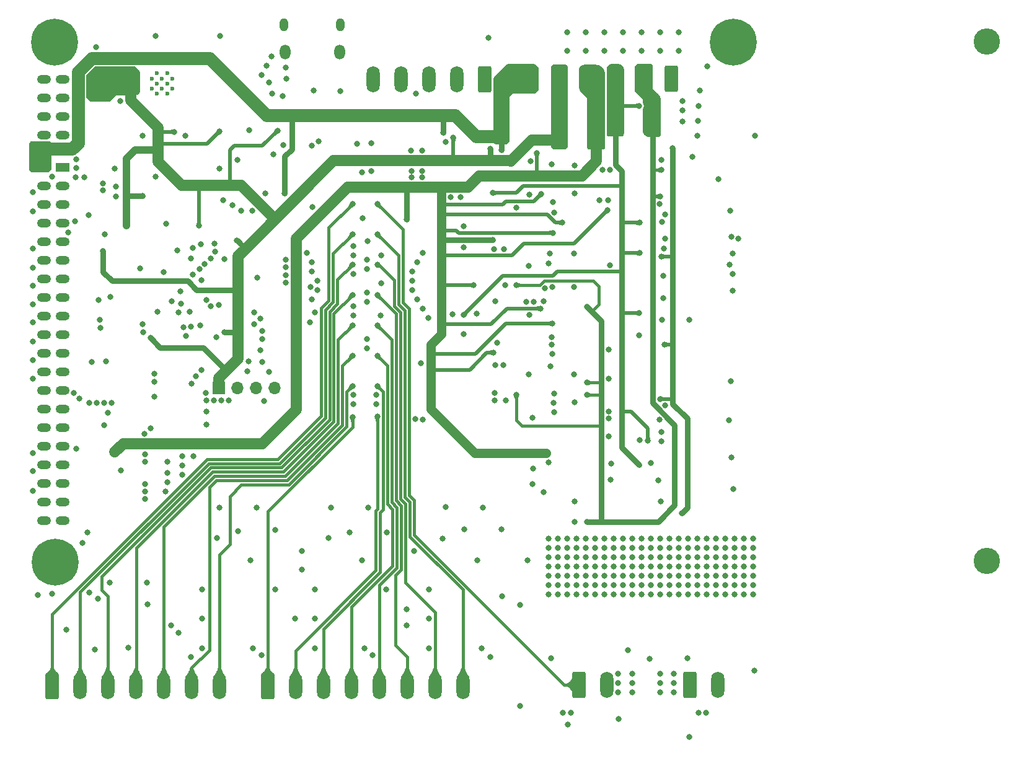
<source format=gbr>
%TF.GenerationSoftware,KiCad,Pcbnew,8.0.4*%
%TF.CreationDate,2024-10-07T12:30:42+07:00*%
%TF.ProjectId,System_Control,53797374-656d-45f4-936f-6e74726f6c2e,rev?*%
%TF.SameCoordinates,Original*%
%TF.FileFunction,Copper,L3,Inr*%
%TF.FilePolarity,Positive*%
%FSLAX46Y46*%
G04 Gerber Fmt 4.6, Leading zero omitted, Abs format (unit mm)*
G04 Created by KiCad (PCBNEW 8.0.4) date 2024-10-07 12:30:42*
%MOMM*%
%LPD*%
G01*
G04 APERTURE LIST*
G04 Aperture macros list*
%AMRoundRect*
0 Rectangle with rounded corners*
0 $1 Rounding radius*
0 $2 $3 $4 $5 $6 $7 $8 $9 X,Y pos of 4 corners*
0 Add a 4 corners polygon primitive as box body*
4,1,4,$2,$3,$4,$5,$6,$7,$8,$9,$2,$3,0*
0 Add four circle primitives for the rounded corners*
1,1,$1+$1,$2,$3*
1,1,$1+$1,$4,$5*
1,1,$1+$1,$6,$7*
1,1,$1+$1,$8,$9*
0 Add four rect primitives between the rounded corners*
20,1,$1+$1,$2,$3,$4,$5,0*
20,1,$1+$1,$4,$5,$6,$7,0*
20,1,$1+$1,$6,$7,$8,$9,0*
20,1,$1+$1,$8,$9,$2,$3,0*%
G04 Aperture macros list end*
%TA.AperFunction,ComponentPad*%
%ADD10O,1.150000X1.800000*%
%TD*%
%TA.AperFunction,ComponentPad*%
%ADD11O,1.450000X2.000000*%
%TD*%
%TA.AperFunction,ComponentPad*%
%ADD12RoundRect,0.250000X0.650000X1.550000X-0.650000X1.550000X-0.650000X-1.550000X0.650000X-1.550000X0*%
%TD*%
%TA.AperFunction,ComponentPad*%
%ADD13O,1.800000X3.600000*%
%TD*%
%TA.AperFunction,ComponentPad*%
%ADD14RoundRect,0.250000X-0.650000X-1.550000X0.650000X-1.550000X0.650000X1.550000X-0.650000X1.550000X0*%
%TD*%
%TA.AperFunction,ComponentPad*%
%ADD15C,0.800000*%
%TD*%
%TA.AperFunction,ComponentPad*%
%ADD16C,6.400000*%
%TD*%
%TA.AperFunction,HeatsinkPad*%
%ADD17C,0.600000*%
%TD*%
%TA.AperFunction,ComponentPad*%
%ADD18C,3.600000*%
%TD*%
%TA.AperFunction,ComponentPad*%
%ADD19R,1.900000X1.200000*%
%TD*%
%TA.AperFunction,ComponentPad*%
%ADD20O,1.900000X1.200000*%
%TD*%
%TA.AperFunction,ComponentPad*%
%ADD21R,1.700000X1.700000*%
%TD*%
%TA.AperFunction,ComponentPad*%
%ADD22O,1.700000X1.700000*%
%TD*%
%TA.AperFunction,ViaPad*%
%ADD23C,0.800000*%
%TD*%
%TA.AperFunction,Conductor*%
%ADD24C,0.762000*%
%TD*%
%TA.AperFunction,Conductor*%
%ADD25C,1.778000*%
%TD*%
%TA.AperFunction,Conductor*%
%ADD26C,0.508000*%
%TD*%
%TA.AperFunction,Conductor*%
%ADD27C,0.381000*%
%TD*%
%TA.AperFunction,Conductor*%
%ADD28C,1.524000*%
%TD*%
%TA.AperFunction,Conductor*%
%ADD29C,1.016000*%
%TD*%
%TA.AperFunction,Conductor*%
%ADD30C,1.270000*%
%TD*%
G04 APERTURE END LIST*
D10*
%TO.N,GNDA*%
%TO.C,J2*%
X194725600Y-90694000D03*
D11*
X194575600Y-94494000D03*
X187125600Y-94494000D03*
D10*
X186975600Y-90694000D03*
%TD*%
D12*
%TO.N,RS485_P*%
%TO.C,J3*%
X214421800Y-98141201D03*
D13*
%TO.N,RS485_N*%
X210611800Y-98141201D03*
%TO.N,UART5_TX*%
X206801800Y-98141201D03*
%TO.N,UART5_RX*%
X202991800Y-98141201D03*
%TO.N,GNDA*%
X199181800Y-98141201D03*
%TD*%
D12*
%TO.N,GNDA*%
%TO.C,J1*%
X239872600Y-98129000D03*
D13*
%TO.N,-9V*%
X236062600Y-98129000D03*
%TO.N,+9V*%
X232252600Y-98129000D03*
%TO.N,+3V3_O*%
X228442600Y-98129000D03*
%TO.N,VBAT*%
X224632600Y-98129000D03*
%TO.N,+5V*%
X220822600Y-98129000D03*
%TD*%
D14*
%TO.N,BAT_BAL_9*%
%TO.C,J9*%
X184785000Y-181051200D03*
D13*
%TO.N,BAT_BAL_8*%
X188595000Y-181051200D03*
%TO.N,BAT_BAL_7*%
X192405000Y-181051200D03*
%TO.N,BAT_BAL_6*%
X196215000Y-181051200D03*
%TO.N,BAT_BAL_5*%
X200025000Y-181051200D03*
%TO.N,BAT_BAL_4*%
X203835000Y-181051200D03*
%TO.N,BAT_BAL_3*%
X207645000Y-181051200D03*
%TO.N,BAT_BAL_2*%
X211455000Y-181051200D03*
%TD*%
D15*
%TO.N,N/C*%
%TO.C,H1*%
X246005400Y-93116600D03*
X246708344Y-91419544D03*
X246708344Y-94813656D03*
X248405400Y-90716600D03*
D16*
X248405400Y-93116600D03*
D15*
X248405400Y-95516600D03*
X250102456Y-91419544D03*
X250102456Y-94813656D03*
X250805400Y-93116600D03*
%TD*%
D17*
%TO.N,GNDA*%
%TO.C,U1*%
X168950300Y-98067000D03*
X168950300Y-99467000D03*
X169650300Y-97367000D03*
X169650300Y-98767000D03*
X169650300Y-100167000D03*
X170350300Y-98067000D03*
X170350300Y-99467000D03*
X171050300Y-97367000D03*
X171050300Y-98767000D03*
X171050300Y-100167000D03*
X171750300Y-98067000D03*
X171750300Y-99467000D03*
%TD*%
D14*
%TO.N,GNDA*%
%TO.C,J4*%
X242474800Y-180889400D03*
D13*
%TO.N,V_CHARGER_P*%
X246284800Y-180889400D03*
%TD*%
D14*
%TO.N,BAT_BAL_16*%
%TO.C,J10*%
X155346400Y-181051200D03*
D13*
%TO.N,BAT_BAL_15*%
X159156400Y-181051200D03*
%TO.N,BAT_BAL_14*%
X162966400Y-181051200D03*
%TO.N,BAT_BAL_13*%
X166776400Y-181051200D03*
%TO.N,BAT_BAL_12*%
X170586400Y-181051200D03*
%TO.N,BAT_BAL_11*%
X174396400Y-181051200D03*
%TO.N,BAT_BAL_10*%
X178206400Y-181051200D03*
%TD*%
D14*
%TO.N,BAT_BAL_1*%
%TO.C,J6*%
X227260200Y-180889400D03*
D13*
%TO.N,GNDA*%
X231070200Y-180889400D03*
%TD*%
D18*
%TO.N,N/C*%
%TO.C,U4*%
X282979800Y-92986600D03*
X282979800Y-163986600D03*
D15*
%TO.N,GNDA*%
X153221800Y-93116600D03*
X153321800Y-164116600D03*
X153924744Y-91419544D03*
X153924744Y-94813656D03*
X154024744Y-162419544D03*
X154024744Y-165813656D03*
X155621800Y-90716600D03*
D16*
X155621800Y-93116600D03*
D15*
X155621800Y-95516600D03*
X155721800Y-161716600D03*
D16*
X155721800Y-164116600D03*
D15*
X155721800Y-166516600D03*
D19*
X156749800Y-110226600D03*
D15*
X157318856Y-91419544D03*
X157318856Y-94813656D03*
X157418856Y-162419544D03*
X157418856Y-165813656D03*
X158021800Y-93116600D03*
X158121800Y-164116600D03*
D20*
%TO.N,unconnected-(U4-GPIO1-Pad1_1)*%
X156749800Y-98186600D03*
%TO.N,+5V*%
X154209800Y-110226600D03*
%TO.N,unconnected-(U4-GPIO2-Pad2_1)*%
X154209800Y-98186600D03*
%TO.N,FSMC_NE1*%
X156749800Y-112766600D03*
%TO.N,unconnected-(U4-FONT_CHIP__{slash}CS-Pad3_1)*%
X156749800Y-100726600D03*
%TO.N,FSMC_A16*%
X154209800Y-112766600D03*
%TO.N,unconnected-(U4-FLASH{slash}FONT_DI-Pad4_1)*%
X154209800Y-100726600D03*
%TO.N,FSMC_NOE*%
X156749800Y-115306600D03*
%TO.N,unconnected-(U4-FLASH{slash}FONT_CLK-Pad5_1)*%
X156749800Y-103266600D03*
%TO.N,FSMC_NWE*%
X154209800Y-115306600D03*
%TO.N,unconnected-(U4-FLASH_{slash}WP-Pad6_1)*%
X154209800Y-103266600D03*
%TO.N,unconnected-(U4-E{slash}RESET_NC-Pad7)*%
X156749800Y-117846600D03*
%TO.N,unconnected-(U4-FLASH{slash}FONT_DO-Pad7_1)*%
X156749800Y-105806600D03*
%TO.N,unconnected-(U4-TE-Pad8)*%
X154209800Y-117846600D03*
%TO.N,unconnected-(U4-FLASH_{slash}CS-Pad8_1)*%
X154209800Y-105806600D03*
%TO.N,FSMC_D0*%
X156749800Y-120386600D03*
%TO.N,FSMC_D1*%
X154209800Y-120386600D03*
%TO.N,FSMC_D2*%
X156749800Y-122926600D03*
%TO.N,FSMC_D3*%
X154209800Y-122926600D03*
%TO.N,FSMC_D4*%
X156749800Y-125466600D03*
%TO.N,FSMC_D5*%
X154209800Y-125466600D03*
%TO.N,FSMC_D6*%
X156749800Y-128006600D03*
%TO.N,FSMC_D7*%
X154209800Y-128006600D03*
%TO.N,FSMC_D8*%
X156749800Y-130546600D03*
%TO.N,FSMC_D9*%
X154209800Y-130546600D03*
%TO.N,FSMC_D10*%
X156749800Y-133086600D03*
%TO.N,FSMC_D11*%
X154209800Y-133086600D03*
%TO.N,FSMC_D12*%
X156749800Y-135626600D03*
%TO.N,FSMC_D13*%
X154209800Y-135626600D03*
%TO.N,FSMC_D14*%
X156749800Y-138166600D03*
%TO.N,FSMC_D15*%
X154209800Y-138166600D03*
%TO.N,unconnected-(U4-PD16-Pad25)*%
X156749800Y-140706600D03*
%TO.N,unconnected-(U4-PD17-Pad26)*%
X154209800Y-140706600D03*
%TO.N,unconnected-(U4-PD18-Pad27)*%
X156749800Y-143246600D03*
%TO.N,unconnected-(U4-PD19-Pad28)*%
X154209800Y-143246600D03*
%TO.N,unconnected-(U4-PD20-Pad29)*%
X156749800Y-145786600D03*
%TO.N,unconnected-(U4-PD21-Pad30)*%
X154209800Y-145786600D03*
%TO.N,unconnected-(U4-PD22-Pad31)*%
X156749800Y-148326600D03*
%TO.N,N/C*%
X154209800Y-148326600D03*
%TO.N,SPI2_CS*%
X156749800Y-150866600D03*
%TO.N,SPI2_SCK*%
X154209800Y-150866600D03*
%TO.N,SPI2_MOSI*%
X156749800Y-153406600D03*
%TO.N,SPI2_MISO*%
X154209800Y-153406600D03*
%TO.N,unconnected-(U4-RT-Pad37)*%
X156749800Y-155946600D03*
%TO.N,TOUCH_IRQ*%
X154209800Y-155946600D03*
%TO.N,/DISPLAY/BACKLIGHT*%
X156749800Y-158486600D03*
%TO.N,GNDA*%
X154209800Y-158486600D03*
%TD*%
D21*
%TO.N,VBAT*%
%TO.C,J5*%
X178060400Y-140325600D03*
D22*
%TO.N,Net-(J5-Pin_2)*%
X180600400Y-140325600D03*
%TO.N,Net-(J5-Pin_3)*%
X183140400Y-140325600D03*
%TO.N,GNDA*%
X185680400Y-140325600D03*
%TD*%
D23*
%TO.N,+5V*%
X216719200Y-107839000D03*
X208769000Y-105451400D03*
X244837000Y-96383600D03*
X187102800Y-113775400D03*
X216719200Y-105502200D03*
X216719200Y-106492800D03*
X152914400Y-108016800D03*
X152939800Y-107067000D03*
%TO.N,GNDA*%
X205715930Y-136942330D03*
X175527338Y-131772738D03*
X184283400Y-142129000D03*
X173590000Y-133264400D03*
X158502400Y-111598200D03*
X178416000Y-142002000D03*
X234550000Y-179340000D03*
X238328200Y-115166721D03*
X183775400Y-135144000D03*
X174606000Y-149622000D03*
X158477000Y-117541800D03*
X152685800Y-131334000D03*
X182124400Y-136744200D03*
X173082000Y-149622000D03*
X223901367Y-143633633D03*
X152685800Y-113579400D03*
X168002000Y-153432000D03*
X179432000Y-142002000D03*
X152685800Y-139106400D03*
X181997400Y-138065000D03*
X184918400Y-98644200D03*
X152685800Y-151704800D03*
X238639400Y-131003800D03*
X186848800Y-100447600D03*
X152685800Y-121275600D03*
X234550000Y-181880000D03*
X248266000Y-124730000D03*
X152685800Y-128946400D03*
X160280400Y-116754400D03*
X204451000Y-110683800D03*
X238893400Y-121301000D03*
X162518670Y-119342130D03*
X243592400Y-184750200D03*
X158273800Y-140986000D03*
X152685800Y-134026400D03*
X178873200Y-122774200D03*
X194722800Y-99812600D03*
X187356800Y-98136200D03*
X171050000Y-153178000D03*
X155302000Y-111496600D03*
X223170800Y-150536400D03*
X167938481Y-146605801D03*
X191090600Y-99711000D03*
X168002000Y-150384000D03*
X220540600Y-113935000D03*
X222649522Y-126729341D03*
X240265000Y-181880000D03*
X177400000Y-142002000D03*
X232645000Y-180610000D03*
X205828350Y-111522000D03*
X172929600Y-128870200D03*
X184969200Y-138166600D03*
X223526400Y-109820200D03*
X176358600Y-140986000D03*
X168002000Y-154448000D03*
X171050000Y-150384000D03*
X198380400Y-120310400D03*
X152685800Y-116195600D03*
X248266000Y-121936000D03*
X161398000Y-142408400D03*
X173488400Y-105857800D03*
X176384000Y-142002000D03*
X238791800Y-125034800D03*
X244633800Y-184750200D03*
X168764000Y-145812000D03*
X238360000Y-181880000D03*
X177757006Y-133443606D03*
X248266000Y-127016000D03*
X168002000Y-155464000D03*
X238360000Y-179340000D03*
X160382000Y-142408400D03*
X222434200Y-154575000D03*
X190862000Y-115586000D03*
X219259200Y-183785000D03*
X168002000Y-149368000D03*
X167697200Y-105857800D03*
X173082000Y-152162000D03*
X204349400Y-107915200D03*
X232645000Y-181880000D03*
X162414000Y-142408400D03*
X209124600Y-106772200D03*
X160712200Y-136820400D03*
X164750800Y-151577800D03*
X162972800Y-143703800D03*
X158604000Y-148606000D03*
X238360000Y-180610000D03*
X184029400Y-136795000D03*
X190608000Y-126508000D03*
X232645000Y-179340000D03*
X152685800Y-136541000D03*
X160153400Y-160036000D03*
X172828000Y-127124000D03*
X167316200Y-124018800D03*
X187255200Y-96536000D03*
X205898800Y-107915200D03*
X174504400Y-124825200D03*
X223907400Y-116373400D03*
X240265000Y-180610000D03*
X171050000Y-151908000D03*
X234550000Y-180610000D03*
X164674600Y-101108000D03*
X176384000Y-143526000D03*
X249062979Y-119912508D03*
X225126600Y-184750200D03*
X196958000Y-106950000D03*
X205828350Y-110677400D03*
X159035800Y-141748000D03*
X226676000Y-158639000D03*
X176968200Y-129200400D03*
X176384000Y-145304000D03*
X174326600Y-122647200D03*
X170796000Y-154448000D03*
X169729200Y-129937000D03*
X152685800Y-126355600D03*
X174377400Y-139754194D03*
X152685800Y-154422600D03*
X223678800Y-135728200D03*
X214890400Y-92522800D03*
X226168000Y-184750200D03*
X204984400Y-100168200D03*
X159696200Y-111572800D03*
X240265000Y-179340000D03*
X174556600Y-121224800D03*
X157511800Y-119091200D03*
X204451000Y-111522000D03*
X162668000Y-136712400D03*
X163430000Y-142408400D03*
X152685800Y-123891800D03*
X174098000Y-129937000D03*
X231654400Y-150714200D03*
X231324200Y-146980400D03*
X152685800Y-149266400D03*
X173082000Y-150892000D03*
X197720000Y-117110000D03*
X238262836Y-144675400D03*
X198355000Y-128540000D03*
X226574400Y-122012200D03*
X217049400Y-121383600D03*
X240900000Y-91710000D03*
X237115400Y-150612600D03*
X241408000Y-101108000D03*
X231248000Y-114697000D03*
X230740000Y-94250000D03*
X177527000Y-120589800D03*
X235820000Y-91710000D03*
X231502000Y-110556800D03*
X200213067Y-130414560D03*
X196450000Y-120920000D03*
X198355000Y-124095000D03*
X230740000Y-91710000D03*
X210013600Y-130292600D03*
X175672800Y-120666000D03*
X238360000Y-94250000D03*
X196450000Y-122190000D03*
X238538400Y-146370800D03*
X169424400Y-92218000D03*
X216947800Y-137226800D03*
X198355000Y-127270000D03*
X223348600Y-121936000D03*
X178263600Y-92218000D03*
X198355000Y-122825000D03*
X196450000Y-142510000D03*
X158604000Y-110302800D03*
X216084200Y-134128000D03*
X231324200Y-144516600D03*
X215703200Y-121383600D03*
X196450000Y-129175000D03*
X238360000Y-91710000D03*
X162287000Y-112436400D03*
X200244143Y-122194744D03*
X228200000Y-91710000D03*
X220554000Y-130337600D03*
X241408000Y-102378000D03*
X199625000Y-141240000D03*
X198355000Y-133620000D03*
X235820000Y-94250000D03*
X230486000Y-110531400D03*
X233280000Y-94250000D03*
X198355000Y-134890000D03*
X240900000Y-94250000D03*
X233280000Y-91710000D03*
X209753200Y-114309600D03*
X215855600Y-137226800D03*
X230105000Y-114697000D03*
X228200000Y-94250000D03*
X162287000Y-113350800D03*
X200260000Y-126000000D03*
X225660000Y-91710000D03*
X217176400Y-126254000D03*
X196450000Y-124730000D03*
X225660000Y-94250000D03*
X199625000Y-142510000D03*
X215754000Y-142002000D03*
X158604000Y-109109000D03*
X215754000Y-140986000D03*
X238614000Y-117694200D03*
X196450000Y-141240000D03*
X231317800Y-143526000D03*
X231349600Y-139081000D03*
X251314000Y-105857800D03*
X217278000Y-142002000D03*
X241408000Y-103902000D03*
X211105800Y-114309600D03*
X196450000Y-130445000D03*
%TO.N,+9V*%
X236709000Y-147513800D03*
X235566000Y-117770400D03*
X235540600Y-130114800D03*
X243567000Y-103825800D03*
X235540600Y-101793800D03*
X232252600Y-105349800D03*
X211563000Y-130343400D03*
X215500000Y-113706400D03*
X235566000Y-121910600D03*
X235515200Y-150866600D03*
%TO.N,-9V*%
X228378400Y-158613600D03*
X243465400Y-105857800D03*
X238341000Y-114163600D03*
X228352400Y-129251200D03*
X228372050Y-141290800D03*
X218725800Y-126287800D03*
X237344000Y-105248200D03*
X238512400Y-110582200D03*
X228403800Y-139614400D03*
X218751200Y-141316200D03*
%TO.N,/ESP32/FLASH*%
X180600900Y-109159800D03*
%TO.N,/ESP32/EN*%
X161347700Y-93742000D03*
%TO.N,VBAT*%
X161220200Y-100600000D03*
X175368000Y-118176800D03*
X180575000Y-120234200D03*
X162287000Y-121605800D03*
X161220200Y-99431600D03*
X161271000Y-97120200D03*
X210140600Y-106111800D03*
X178822400Y-132756400D03*
X168764000Y-133524000D03*
X243789200Y-99736400D03*
X161245600Y-98390200D03*
X165466300Y-118176800D03*
X167646400Y-114112800D03*
X178162000Y-105324400D03*
X224644000Y-106442000D03*
X224644000Y-105426000D03*
X172015200Y-105349800D03*
X215220600Y-107688029D03*
X186112200Y-105197400D03*
%TO.N,/STM32F407VET6/NRST*%
X163887200Y-110353600D03*
%TO.N,NTC_9-*%
X226695050Y-142256000D03*
X238512400Y-147666200D03*
%TO.N,NTC_1-*%
X226670850Y-155870400D03*
X238487000Y-155870400D03*
%TO.N,NTC_5-*%
X238842600Y-128108200D03*
X226651200Y-126508000D03*
%TO.N,NTC_13-*%
X223628000Y-126508000D03*
X220440600Y-123675800D03*
%TO.N,NTC_BAT9*%
X220986400Y-151374600D03*
%TO.N,NTC_BAT5*%
X221151403Y-128590800D03*
X223704200Y-114976400D03*
%TO.N,NTC_BAT13*%
X218725800Y-115719550D03*
%TO.N,NTC_14-*%
X211550600Y-121097800D03*
X223120000Y-123333000D03*
%TO.N,NTC_BAT10*%
X235566600Y-147488400D03*
%TO.N,NTC_BAT2*%
X220910200Y-153482800D03*
X238106000Y-152930400D03*
%TO.N,NTC_BAT6*%
X239071200Y-119904000D03*
X223551800Y-133391400D03*
%TO.N,NTC_BAT14*%
X211563000Y-118253000D03*
%TO.N,NTC_11-*%
X220427600Y-138471400D03*
X223875600Y-141087600D03*
%TO.N,NTC_3-*%
X226651200Y-138446000D03*
X239077973Y-142706800D03*
%TO.N,NTC_7-*%
X238580270Y-109193530D03*
X226663032Y-109991968D03*
%TO.N,NTC_15-*%
X226682350Y-113731800D03*
X239020400Y-116602000D03*
%TO.N,NTC_BAT11*%
X213290200Y-130191000D03*
%TO.N,NTC_BAT7*%
X220656200Y-109388400D03*
X220122851Y-128565451D03*
%TO.N,NTC_BAT15*%
X222434200Y-128514600D03*
%TO.N,NTC_BAT12*%
X211563000Y-132985000D03*
%TO.N,NTC_BAT4*%
X235540600Y-133112000D03*
X223399400Y-137379200D03*
%TO.N,NTC_BAT8*%
X242754200Y-108728000D03*
X215855600Y-128521000D03*
%TO.N,NTC_BAT16*%
X223553160Y-134422700D03*
%TO.N,VOL_BAT1*%
X205962600Y-121871600D03*
%TO.N,VOL_BAT2*%
X205232400Y-123141600D03*
%TO.N,VOL_BAT3*%
X204502200Y-124411600D03*
%TO.N,VOL_BAT4*%
X204502200Y-125681600D03*
%TO.N,VOL_BAT5*%
X204502200Y-126951600D03*
%TO.N,VOL_BAT6*%
X205232400Y-128221600D03*
%TO.N,VOL_BAT7*%
X205962600Y-129491600D03*
%TO.N,VOL_BAT8*%
X206712000Y-130761600D03*
%TO.N,VOL_BAT9*%
X190526000Y-131384800D03*
%TO.N,VOL_BAT10*%
X191256200Y-130031400D03*
%TO.N,VOL_BAT11*%
X190818000Y-128221600D03*
%TO.N,VOL_BAT12*%
X191548200Y-126951600D03*
%TO.N,VOL_BAT13*%
X191548200Y-125681600D03*
%TO.N,VOL_BAT14*%
X190818000Y-124411600D03*
%TO.N,VOL_BAT15*%
X190817600Y-123151525D03*
%TO.N,VOL_BAT16*%
X190087400Y-121871600D03*
%TO.N,ADC1_IN1*%
X179940000Y-115392009D03*
X164065000Y-114214400D03*
%TO.N,ADC1_IN2*%
X164065000Y-112817400D03*
X178670000Y-114682637D03*
%TO.N,/STM32F407VET6/LED_TEST*%
X172447000Y-121580400D03*
%TO.N,/STM32F407VET6/LED_STATUS*%
X170872200Y-117948200D03*
%TO.N,FSMC_D15*%
X169261399Y-141565199D03*
%TO.N,SPI2_CS*%
X162464800Y-145456400D03*
%TO.N,FSMC_D13*%
X169261400Y-138420600D03*
%TO.N,FSMC_D9*%
X161912400Y-132146800D03*
%TO.N,FSMC_D7*%
X161658399Y-128307932D03*
%TO.N,FSMC_D5*%
X163251421Y-127935760D03*
%TO.N,FSMC_D3*%
X173261400Y-132045200D03*
%TO.N,FSMC_D1*%
X172558100Y-130029100D03*
%TO.N,FSMC_NWE*%
X176380931Y-128289069D03*
%TO.N,FSMC_D12*%
X167773400Y-132750000D03*
%TO.N,FSMC_D14*%
X169322800Y-139538200D03*
%TO.N,FSMC_D10*%
X161880600Y-131003800D03*
%TO.N,FSMC_D8*%
X167652669Y-131632531D03*
%TO.N,FSMC_D2*%
X174309074Y-131994264D03*
%TO.N,FSMC_D0*%
X171634200Y-128470200D03*
%TO.N,FSMC_NOE*%
X178111200Y-129022600D03*
%TO.N,FSMC_A16*%
X170556600Y-124501400D03*
%TO.N,FSMC_NE1*%
X175691738Y-125606400D03*
%TO.N,Net-(Q5-G)*%
X209124401Y-156569000D03*
%TO.N,Net-(Q6-G)*%
X178187400Y-156721800D03*
%TO.N,BAT_BAL_5*%
X204755800Y-162576000D03*
X199752400Y-131814800D03*
%TO.N,BAT_BAL_13*%
X171588800Y-172786800D03*
X174269600Y-177124000D03*
X196348800Y-127623800D03*
%TO.N,Net-(Q7-G)*%
X211663600Y-159636000D03*
%TO.N,Net-(Q8-G)*%
X180727400Y-159922200D03*
%TO.N,BAT_BAL_4*%
X214001400Y-175911000D03*
X215195200Y-177104800D03*
X208667201Y-160950400D03*
X199752400Y-127674600D03*
%TO.N,BAT_BAL_12*%
X182759400Y-175911798D03*
X183978600Y-176800000D03*
X177806400Y-160836600D03*
X196348800Y-131803000D03*
%TO.N,Net-(Q9-G)*%
X214206500Y-156683200D03*
%TO.N,Net-(Q10-G)*%
X183267400Y-156721800D03*
%TO.N,BAT_BAL_3*%
X219284401Y-170003951D03*
X199752400Y-123509000D03*
%TO.N,BAT_BAL_11*%
X188474400Y-171873198D03*
X196348800Y-135943200D03*
%TO.N,Net-(Q11-G)*%
X216743600Y-159636000D03*
%TO.N,Net-(Q12-G)*%
X185807400Y-159719000D03*
%TO.N,BAT_BAL_2*%
X216795201Y-168784950D03*
X199752400Y-119368800D03*
%TO.N,BAT_BAL_10*%
X185807400Y-167885398D03*
X196348800Y-140083400D03*
%TO.N,Net-(D51-A)*%
X157257800Y-173371000D03*
%TO.N,Net-(Q13-G)*%
X193427400Y-156651799D03*
%TO.N,Net-(Q14-G)*%
X163238600Y-166932600D03*
%TO.N,Net-(D59-A)*%
X165716000Y-175860200D03*
%TO.N,BAT_BAL_9*%
X189414200Y-162652200D03*
X189414200Y-165116000D03*
X196348800Y-144299800D03*
%TO.N,Net-(Q15-G)*%
X195967400Y-160087199D03*
%TO.N,BAT_BAL_8*%
X198024800Y-175911798D03*
X193047400Y-160824198D03*
X199091600Y-176850800D03*
X199752400Y-144235400D03*
%TO.N,BAT_BAL_16*%
X161550400Y-169161000D03*
X196348800Y-115228600D03*
%TO.N,Net-(Q17-G)*%
X198507400Y-156702599D03*
%TO.N,Net-(Q18-G)*%
X168318600Y-166958000D03*
%TO.N,BAT_BAL_7*%
X203726200Y-170551600D03*
X203726200Y-172761400D03*
X199752400Y-140095200D03*
%TO.N,BAT_BAL_15*%
X168332200Y-169891200D03*
X196348800Y-119355200D03*
%TO.N,Net-(Q19-G)*%
X201047400Y-160087199D03*
%TO.N,BAT_BAL_6*%
X200932200Y-167885398D03*
X199752400Y-135955000D03*
%TO.N,BAT_BAL_14*%
X196348800Y-123497200D03*
%TO.N,BAT_BAL_1*%
X220300600Y-163908150D03*
X199752400Y-115228600D03*
%TO.N,Net-(Q5-D)*%
X206775001Y-175911000D03*
%TO.N,Net-(Q6-D)*%
X175838000Y-175911798D03*
%TO.N,Net-(Q7-D)*%
X206775001Y-171872400D03*
%TO.N,Net-(Q8-D)*%
X175838000Y-171873198D03*
%TO.N,Net-(Q9-D)*%
X206775001Y-167884600D03*
%TO.N,Net-(Q10-D)*%
X175838000Y-167885398D03*
%TO.N,Net-(Q11-D)*%
X213391601Y-163896800D03*
%TO.N,Net-(Q12-D)*%
X182435600Y-163897598D03*
%TO.N,Net-(Q13-D)*%
X191249400Y-175911798D03*
%TO.N,Net-(Q14-D)*%
X155346400Y-168430800D03*
%TO.N,Net-(Q15-D)*%
X191249400Y-171873198D03*
%TO.N,Net-(Q16-D)*%
X161144000Y-176114200D03*
%TO.N,Net-(Q17-D)*%
X191249400Y-167885398D03*
%TO.N,Net-(Q18-D)*%
X160382000Y-168316400D03*
%TO.N,Net-(Q19-D)*%
X197630200Y-163897598D03*
%TO.N,Net-(Q20-D)*%
X172574000Y-173777400D03*
%TO.N,Net-(Q24-C)*%
X232721200Y-185588400D03*
X236912200Y-177308000D03*
%TO.N,Net-(Q22-G)*%
X251212400Y-178959000D03*
X242093800Y-177282600D03*
%TO.N,Net-(Q22-D)*%
X237090000Y-168570400D03*
X240900000Y-164760400D03*
X229470000Y-160950400D03*
X233280000Y-160950400D03*
X235820000Y-168570400D03*
X226930000Y-168570400D03*
X226930000Y-163490400D03*
X245980000Y-167300400D03*
X248520000Y-162220400D03*
X251060000Y-167300400D03*
X249790000Y-164760400D03*
X229470000Y-166030400D03*
X242170000Y-166030400D03*
X245980000Y-166030400D03*
X233280000Y-168570400D03*
X243440000Y-167300400D03*
X234550000Y-164760400D03*
X234550000Y-163490400D03*
X242170000Y-160950400D03*
X235820000Y-164760400D03*
X234550000Y-168570400D03*
X229470000Y-163490400D03*
X223120000Y-168570400D03*
X234550000Y-160950400D03*
X239630000Y-168570400D03*
X229470000Y-168570400D03*
X237090000Y-160950400D03*
X249790000Y-163490400D03*
X223120000Y-162220400D03*
X240900000Y-167300400D03*
X242170000Y-167300400D03*
X238360000Y-164760400D03*
X225660000Y-160950400D03*
X228200000Y-162220400D03*
X232010000Y-167300400D03*
X226930000Y-166030400D03*
X225660000Y-166030400D03*
X235820000Y-167300400D03*
X235820000Y-166030400D03*
X233280000Y-167300400D03*
X244710000Y-164760400D03*
X248520000Y-168570400D03*
X240900000Y-160950400D03*
X237090000Y-163490400D03*
X248520000Y-163490400D03*
X237090000Y-164760400D03*
X243440000Y-164760400D03*
X235820000Y-162220400D03*
X245980000Y-163490400D03*
X233280000Y-163490400D03*
X225660000Y-168570400D03*
X240900000Y-163490400D03*
X232010000Y-164760400D03*
X242170000Y-163490400D03*
X225660000Y-163490400D03*
X248520000Y-164760400D03*
X225660000Y-164760400D03*
X224390000Y-168570400D03*
X228200000Y-160950400D03*
X244710000Y-162220400D03*
X230740000Y-163490400D03*
X247250000Y-166030400D03*
X242170000Y-168570400D03*
X228200000Y-167300400D03*
X233280000Y-166030400D03*
X224390000Y-166030400D03*
X223120000Y-160950400D03*
X249790000Y-160950400D03*
X223120000Y-164760400D03*
X239630000Y-166030400D03*
X228200000Y-166030400D03*
X234550000Y-162220400D03*
X226930000Y-167300400D03*
X230740000Y-168570400D03*
X243440000Y-168570400D03*
X234550000Y-167300400D03*
X223120000Y-163490400D03*
X245980000Y-160950400D03*
X240900000Y-162220400D03*
X239630000Y-162220400D03*
X238360000Y-163490400D03*
X248520000Y-160950400D03*
X247250000Y-168570400D03*
X229470000Y-164760400D03*
X243440000Y-166030400D03*
X245980000Y-168570400D03*
X242170000Y-162220400D03*
X251060000Y-160950400D03*
X223120000Y-166030400D03*
X228200000Y-163490400D03*
X243440000Y-162220400D03*
X247250000Y-162220400D03*
X228200000Y-164760400D03*
X224390000Y-167300400D03*
X245980000Y-164760400D03*
X239630000Y-160950400D03*
X229470000Y-167300400D03*
X232010000Y-160950400D03*
X224390000Y-164760400D03*
X249790000Y-162220400D03*
X247250000Y-164760400D03*
X228200000Y-168570400D03*
X251060000Y-162220400D03*
X243440000Y-160950400D03*
X232010000Y-166030400D03*
X249790000Y-167300400D03*
X251060000Y-164760400D03*
X232010000Y-168570400D03*
X232010000Y-163490400D03*
X230740000Y-164760400D03*
X251060000Y-168570400D03*
X238360000Y-168570400D03*
X240900000Y-166030400D03*
X244710000Y-167300400D03*
X238360000Y-166030400D03*
X247250000Y-160950400D03*
X225660000Y-162220400D03*
X230740000Y-160950400D03*
X239630000Y-167300400D03*
X251060000Y-163490400D03*
X247250000Y-167300400D03*
X244710000Y-168570400D03*
X242170000Y-164760400D03*
X248520000Y-166030400D03*
X249790000Y-166030400D03*
X229470000Y-162220400D03*
X224390000Y-160950400D03*
X251060000Y-166030400D03*
X240900000Y-168570400D03*
X243440000Y-163490400D03*
X234550000Y-166030400D03*
X230740000Y-166030400D03*
X245980000Y-162220400D03*
X226930000Y-162220400D03*
X237090000Y-167300400D03*
X233280000Y-162220400D03*
X230740000Y-167300400D03*
X226930000Y-160950400D03*
X224390000Y-163490400D03*
X238360000Y-160950400D03*
X224390000Y-162220400D03*
X226930000Y-164760400D03*
X244710000Y-166030400D03*
X238360000Y-167300400D03*
X233280000Y-164760400D03*
X237090000Y-162220400D03*
X248520000Y-167300400D03*
X247250000Y-163490400D03*
X223120000Y-167300400D03*
X237090000Y-166030400D03*
X230740000Y-162220400D03*
X238360000Y-162220400D03*
X232010000Y-162220400D03*
X235820000Y-160950400D03*
X239630000Y-164760400D03*
X244710000Y-160950400D03*
X225660000Y-167300400D03*
X249790000Y-168570400D03*
X235820000Y-163490400D03*
X244710000Y-163490400D03*
X239630000Y-163490400D03*
%TO.N,Net-(Q23-G)*%
X233940400Y-176139600D03*
X223450200Y-177282600D03*
%TO.N,U0_P*%
X185324800Y-95012000D03*
X191700200Y-106670600D03*
%TO.N,U0_N*%
X184620000Y-96282000D03*
X190760400Y-107280200D03*
%TO.N,Net-(U1-IO16)*%
X182265900Y-105164800D03*
%TO.N,Net-(U2-~{DTR})*%
X186927200Y-107120600D03*
%TO.N,Net-(U2-~{RTS})*%
X185530200Y-108390600D03*
%TO.N,/STM32F407VET6/BOOT0*%
X183365841Y-125266559D03*
X169501100Y-111471200D03*
%TO.N,UART1_TX*%
X174961600Y-138700000D03*
X178193800Y-110404400D03*
%TO.N,UART1_RX*%
X175758200Y-137887200D03*
X184461200Y-113776200D03*
%TO.N,RS485_CONTROL*%
X197694600Y-110912400D03*
X184029400Y-133645400D03*
%TO.N,ADC1_IN1_S0*%
X181108400Y-116170200D03*
X177552400Y-121707400D03*
%TO.N,ADC1_IN1_S1*%
X182661041Y-116096809D03*
X176993600Y-122672600D03*
%TO.N,ADC1_IN2_S0*%
X204959000Y-144542000D03*
X187213841Y-122841973D03*
%TO.N,ADC1_IN2_S1*%
X187213841Y-123862974D03*
X205958921Y-144623075D03*
%TO.N,ADC1_IN2_S2*%
X187213841Y-124906662D03*
X223850494Y-142344233D03*
%TO.N,ADC1_IN2_S3*%
X187213841Y-125923800D03*
X220910200Y-144440400D03*
%TO.N,CHARGE*%
X175469600Y-124120400D03*
X159467600Y-161509200D03*
X242322400Y-188026800D03*
%TO.N,DISCHARGE*%
X225774400Y-186325000D03*
X153370167Y-168645196D03*
X176155400Y-123383800D03*
%TO.N,UART4_RX*%
X198888400Y-106873800D03*
X182965669Y-131607000D03*
%TO.N,UART4_TX*%
X198888400Y-110683800D03*
X184029400Y-132524000D03*
%TO.N,/ESP32/LED_TEST*%
X185376100Y-100092000D03*
%TO.N,/ESP32/LED_STATUS*%
X183979100Y-97552000D03*
%TO.N,+3V3_O*%
X248393000Y-154117800D03*
X222764400Y-149241000D03*
X231578200Y-152917600D03*
X203790600Y-117344000D03*
X247834200Y-123460000D03*
X223628000Y-131537200D03*
X229724000Y-107204000D03*
X246335600Y-111852200D03*
X221545200Y-108220000D03*
X242322400Y-131003800D03*
X215557000Y-120113600D03*
X238567058Y-122393200D03*
X231527400Y-123542600D03*
X163912600Y-149088600D03*
X243668600Y-101793800D03*
X225026000Y-117756800D03*
X231375000Y-135093200D03*
X248088200Y-149799800D03*
X247783400Y-144719800D03*
X247961200Y-116144800D03*
X231197200Y-116062200D03*
X248012000Y-139385800D03*
X248088200Y-119675400D03*
X241331800Y-157445200D03*
X223704200Y-119142000D03*
X229724000Y-105934000D03*
X240061800Y-107540600D03*
X238995000Y-134407400D03*
X215576200Y-135499600D03*
X212934600Y-126304800D03*
X222000166Y-129479800D03*
X238347400Y-141849600D03*
X222104000Y-113884200D03*
%TO.N,UART5_TX*%
X183788215Y-130902200D03*
%TO.N,UART5_RX*%
X182886400Y-130024000D03*
%TD*%
D24*
%TO.N,+5V*%
X187102800Y-108702600D02*
X188093400Y-107712000D01*
D25*
X210318400Y-103089200D02*
X208769000Y-103089200D01*
D24*
X187102800Y-113775400D02*
X187102800Y-108702600D01*
X188093400Y-107712000D02*
X188093400Y-103089200D01*
D25*
X216668400Y-106010200D02*
X215246000Y-106010200D01*
X176815800Y-95291400D02*
X160737600Y-95291400D01*
X208769000Y-103089200D02*
X188093400Y-103089200D01*
X158858000Y-106873800D02*
X158045200Y-107686600D01*
X215246000Y-106010200D02*
X213239400Y-106010200D01*
D24*
X208769000Y-105451400D02*
X208769000Y-103089200D01*
D25*
X184639000Y-103114600D02*
X176815800Y-95291400D01*
X188068000Y-103114600D02*
X184639000Y-103114600D01*
D24*
X216719200Y-107839000D02*
X216719200Y-106492800D01*
D25*
X158045200Y-107686600D02*
X153559400Y-107686600D01*
X160737600Y-95291400D02*
X158858000Y-97171000D01*
X213239400Y-106010200D02*
X210318400Y-103089200D01*
X188093400Y-103089200D02*
X188068000Y-103114600D01*
X158858000Y-97171000D02*
X158858000Y-106873800D01*
D26*
%TO.N,+9V*%
X235540600Y-101793800D02*
X232848200Y-101793800D01*
D24*
X233121800Y-143571000D02*
X233121800Y-130114800D01*
D26*
X236709000Y-145862800D02*
X234417200Y-143571000D01*
D24*
X233121800Y-117770400D02*
X233121800Y-112741200D01*
D26*
X224364600Y-124399800D02*
X223755000Y-125009400D01*
X216897000Y-125009400D02*
X211563000Y-130343400D01*
D24*
X232252600Y-109834200D02*
X232252600Y-105349800D01*
D26*
X234417200Y-143571000D02*
X233121800Y-143571000D01*
X233121800Y-124399800D02*
X224364600Y-124399800D01*
X223755000Y-125009400D02*
X216897000Y-125009400D01*
X219691000Y-112741200D02*
X233121800Y-112741200D01*
D24*
X233121800Y-124399800D02*
X233121800Y-121910600D01*
X233121800Y-130114800D02*
X233121800Y-124399800D01*
D26*
X236709000Y-147513800D02*
X236709000Y-145862800D01*
D24*
X233121800Y-110703400D02*
X232252600Y-109834200D01*
X233121800Y-121910600D02*
X233121800Y-117770400D01*
X233121800Y-148473200D02*
X233121800Y-143571000D01*
X235515200Y-150866600D02*
X233121800Y-148473200D01*
D27*
X232944000Y-112919000D02*
X233121800Y-112741200D01*
D26*
X235566000Y-121910600D02*
X233121800Y-121910600D01*
X235566000Y-117770400D02*
X233121800Y-117770400D01*
X215500000Y-113706400D02*
X218725800Y-113706400D01*
X218725800Y-113706400D02*
X219691000Y-112741200D01*
X235540600Y-130114800D02*
X233121800Y-130114800D01*
D24*
X233121800Y-112741200D02*
X233121800Y-110703400D01*
%TO.N,-9V*%
X230333600Y-141290800D02*
X230333600Y-139614400D01*
X228378400Y-158613600D02*
X230333600Y-158613600D01*
D27*
X238341000Y-114163600D02*
X237344000Y-114163600D01*
D24*
X240366600Y-145387296D02*
X237344000Y-142364696D01*
X230333600Y-158613600D02*
X238131400Y-158613600D01*
X237344000Y-105248200D02*
X237344000Y-110582200D01*
X238131400Y-158613600D02*
X240366600Y-156378400D01*
D27*
X221968600Y-126287800D02*
X222542100Y-125714300D01*
D24*
X240366600Y-156378400D02*
X240366600Y-145387296D01*
X230333600Y-145481800D02*
X230333600Y-158613600D01*
X230333600Y-131232400D02*
X230333600Y-139614400D01*
D27*
X229978000Y-128946400D02*
X229012800Y-129911600D01*
X238512400Y-110582200D02*
X237344000Y-110582200D01*
D24*
X237344000Y-142364696D02*
X237344000Y-114163600D01*
D27*
X218751200Y-144770600D02*
X218751200Y-141316200D01*
D24*
X237344000Y-110582200D02*
X237344000Y-114163600D01*
D27*
X219462400Y-145481800D02*
X218751200Y-144770600D01*
X228372050Y-141290800D02*
X230333600Y-141290800D01*
X218725800Y-126287800D02*
X221968600Y-126287800D01*
X222542100Y-125714300D02*
X229209700Y-125714300D01*
X230333600Y-145481800D02*
X219462400Y-145481800D01*
X229209700Y-125714300D02*
X229978000Y-126482600D01*
X229978000Y-126482600D02*
X229978000Y-128946400D01*
X228403800Y-139614400D02*
X230333600Y-139614400D01*
D24*
X230333600Y-145481800D02*
X230333600Y-141290800D01*
X228352400Y-129251200D02*
X230333600Y-131232400D01*
D26*
%TO.N,VBAT*%
X172015200Y-105349800D02*
X169805400Y-105349800D01*
D28*
X180752800Y-126965200D02*
X180752800Y-132756400D01*
D29*
X165466300Y-114112800D02*
X165466300Y-109028500D01*
D28*
X180752800Y-122342400D02*
X180752800Y-126965200D01*
D24*
X168764000Y-133518400D02*
X168764000Y-133524000D01*
D28*
X210140600Y-109312200D02*
X193783000Y-109312200D01*
D24*
X180600400Y-120234200D02*
X181730700Y-121364500D01*
D28*
X175368000Y-112634963D02*
X179660600Y-112634963D01*
X181129880Y-112634963D02*
X185782717Y-117287800D01*
D26*
X184054800Y-107254800D02*
X186112200Y-105197400D01*
D24*
X176003000Y-134839200D02*
X179127200Y-137963400D01*
X170079200Y-134839200D02*
X176003000Y-134839200D01*
D28*
X179127200Y-137963400D02*
X178060400Y-139030200D01*
X166039800Y-98777600D02*
X166039800Y-101050800D01*
X210140600Y-109312200D02*
X215220600Y-109312200D01*
X178060400Y-139030200D02*
X178060400Y-140325600D01*
X169805400Y-104816400D02*
X169805400Y-105349800D01*
D26*
X181705300Y-121364500D02*
X181730700Y-121364500D01*
D28*
X166046200Y-98771200D02*
X166039800Y-98777600D01*
D26*
X210140600Y-109312200D02*
X210148400Y-109304400D01*
D24*
X162287000Y-124476000D02*
X163550600Y-125739600D01*
D28*
X169805400Y-106975400D02*
X169805400Y-107839000D01*
D24*
X168764000Y-133524000D02*
X170079200Y-134839200D01*
D26*
X176511000Y-106975400D02*
X169805400Y-106975400D01*
D28*
X180752800Y-136337800D02*
X179127200Y-137963400D01*
D29*
X165466300Y-109028500D02*
X166655800Y-107839000D01*
D28*
X169805400Y-109439200D02*
X173001163Y-112634963D01*
D24*
X163550600Y-125739600D02*
X173863000Y-125739600D01*
D28*
X181730700Y-121364500D02*
X180752800Y-122342400D01*
D26*
X180244800Y-107254800D02*
X184054800Y-107254800D01*
D24*
X162287000Y-121605800D02*
X162287000Y-124476000D01*
D28*
X169805400Y-105349800D02*
X169805400Y-106975400D01*
X215220600Y-109312200D02*
X217951000Y-109312200D01*
X217951000Y-109312200D02*
X217957400Y-109318600D01*
X220834000Y-106442000D02*
X224644000Y-106442000D01*
D24*
X167646400Y-114112800D02*
X165466300Y-114112800D01*
D28*
X185782717Y-117287800D02*
X185807400Y-117287800D01*
D26*
X210148400Y-109304400D02*
X211164400Y-109304400D01*
D28*
X166039800Y-101050800D02*
X169805400Y-104816400D01*
D24*
X215220600Y-107688029D02*
X215220600Y-109312200D01*
X178822400Y-132756400D02*
X180752800Y-132756400D01*
D26*
X179660600Y-112634963D02*
X179660600Y-107839000D01*
D28*
X179660600Y-112634963D02*
X181129880Y-112634963D01*
X169805400Y-107839000D02*
X169805400Y-109439200D01*
D26*
X210140600Y-106111800D02*
X210140600Y-109312200D01*
D24*
X180575000Y-120234200D02*
X180600400Y-120234200D01*
D29*
X165466300Y-118176800D02*
X165466300Y-114112800D01*
D26*
X179660600Y-107839000D02*
X180244800Y-107254800D01*
X178162000Y-105324400D02*
X176511000Y-106975400D01*
D28*
X217957400Y-109318600D02*
X220834000Y-106442000D01*
D26*
X175368000Y-118176800D02*
X175368000Y-112634963D01*
D29*
X166655800Y-107839000D02*
X169805400Y-107839000D01*
D24*
X173863000Y-125739600D02*
X175088600Y-126965200D01*
D28*
X180752800Y-132756400D02*
X180752800Y-136337800D01*
D24*
X175088600Y-126965200D02*
X180752800Y-126965200D01*
D28*
X193783000Y-109312200D02*
X181730700Y-121364500D01*
X173001163Y-112634963D02*
X175368000Y-112634963D01*
D27*
%TO.N,BAT_BAL_5*%
X201714501Y-133776901D02*
X199752400Y-131814800D01*
X202425301Y-164893699D02*
X202425301Y-156666837D01*
X200025000Y-181051200D02*
X200025000Y-167294000D01*
X201714501Y-155956037D02*
X201714501Y-133776901D01*
X202425301Y-156666837D02*
X201714501Y-155956037D01*
X200025000Y-167294000D02*
X202425301Y-164893699D01*
%TO.N,BAT_BAL_13*%
X166827200Y-181000400D02*
X166827200Y-162221768D01*
X166776400Y-181051200D02*
X166827200Y-181000400D01*
X193802500Y-144904868D02*
X193802500Y-130170100D01*
X193802500Y-130170100D02*
X196348800Y-127623800D01*
X166827200Y-162221768D02*
X177242568Y-151806400D01*
X177242568Y-151806400D02*
X186900968Y-151806400D01*
X186900968Y-151806400D02*
X193802500Y-144904868D01*
%TO.N,BAT_BAL_4*%
X203835000Y-181051200D02*
X203835000Y-177111200D01*
X203009502Y-165135682D02*
X203009502Y-156424854D01*
X203009502Y-156424854D02*
X202298702Y-155714054D01*
X202215800Y-175492000D02*
X202215800Y-165929384D01*
X203835000Y-177111200D02*
X202215800Y-175492000D01*
X202298702Y-130220902D02*
X199752400Y-127674600D01*
X202215800Y-165929384D02*
X203009502Y-165135682D01*
X202298702Y-155714054D02*
X202298702Y-130220902D01*
%TO.N,BAT_BAL_12*%
X177484552Y-152390600D02*
X170586400Y-159288752D01*
X170586400Y-159288752D02*
X170586400Y-181051200D01*
X196348800Y-131803000D02*
X194386700Y-133765100D01*
X194386700Y-145146852D02*
X187142952Y-152390600D01*
X194386700Y-133765100D02*
X194386700Y-145146852D01*
X187142952Y-152390600D02*
X177484552Y-152390600D01*
%TO.N,BAT_BAL_3*%
X202882903Y-129978919D02*
X202882903Y-155472071D01*
X202882903Y-155472071D02*
X203593703Y-156182871D01*
X203593703Y-156182871D02*
X203593703Y-166965071D01*
X202063400Y-129159416D02*
X202882903Y-129978919D01*
X207645000Y-171016368D02*
X207645000Y-181051200D01*
X199937138Y-123509000D02*
X202063400Y-125635262D01*
X199752400Y-123509000D02*
X199937138Y-123509000D01*
X202063400Y-125635262D02*
X202063400Y-129159416D01*
X203593703Y-166965071D02*
X207645000Y-171016368D01*
%TO.N,BAT_BAL_11*%
X176790400Y-176139600D02*
X174396400Y-178533600D01*
X194970900Y-137321100D02*
X194970900Y-145388836D01*
X196348800Y-135943200D02*
X194970900Y-137321100D01*
X176790400Y-153910936D02*
X176790400Y-176139600D01*
X177726536Y-152974800D02*
X176790400Y-153910936D01*
X194970900Y-145388836D02*
X187384936Y-152974800D01*
X187384936Y-152974800D02*
X177726536Y-152974800D01*
X174396400Y-178533600D02*
X174396400Y-181051200D01*
%TO.N,BAT_BAL_2*%
X204177903Y-160626503D02*
X211455000Y-167903600D01*
X202647600Y-128917432D02*
X203467104Y-129736936D01*
X203467104Y-129736936D02*
X203467104Y-155230088D01*
X204177903Y-155940887D02*
X204177903Y-160626503D01*
X203467104Y-155230088D02*
X204177903Y-155940887D01*
X202647600Y-122264000D02*
X202647600Y-128917432D01*
X199752400Y-119368800D02*
X202647600Y-122264000D01*
X211455000Y-167903600D02*
X211455000Y-181051200D01*
%TO.N,BAT_BAL_10*%
X195555100Y-140877100D02*
X195555101Y-145146853D01*
X187142953Y-153559001D02*
X187142952Y-153559000D01*
X187626919Y-153559001D02*
X187142953Y-153559001D01*
X196348800Y-140083400D02*
X195555100Y-140877100D01*
X181184600Y-153559000D02*
X179609800Y-155133800D01*
X179609800Y-161712400D02*
X178206400Y-163115800D01*
X179609800Y-155133800D02*
X179609800Y-161712400D01*
X178206400Y-163115800D02*
X178206400Y-181051200D01*
X195555101Y-145146853D02*
X195555101Y-145630819D01*
X187142952Y-153559000D02*
X181184600Y-153559000D01*
X195555101Y-145630819D02*
X187626919Y-153559001D01*
%TO.N,BAT_BAL_9*%
X196348800Y-144299800D02*
X196348800Y-145663304D01*
X196348800Y-145663304D02*
X184785000Y-157227104D01*
X184785000Y-157227104D02*
X184785000Y-181051200D01*
%TO.N,BAT_BAL_8*%
X199752000Y-156898416D02*
X199752000Y-144235800D01*
X188595000Y-176228483D02*
X199548800Y-165274683D01*
X199548800Y-157101616D02*
X199752000Y-156898416D01*
X199548800Y-165274683D02*
X199548800Y-157101616D01*
X199752000Y-144235800D02*
X199752400Y-144235400D01*
X188595000Y-181051200D02*
X188595000Y-176228483D01*
%TO.N,BAT_BAL_16*%
X193122600Y-128371448D02*
X193122600Y-118454800D01*
X186175017Y-150053799D02*
X192049900Y-144178916D01*
X192049900Y-129444148D02*
X193122600Y-128371448D01*
X176516617Y-150053799D02*
X186175017Y-150053799D01*
X193122600Y-118454800D02*
X196348800Y-115228600D01*
X192049900Y-144178916D02*
X192049900Y-129444148D01*
X155346400Y-171224016D02*
X176516617Y-150053799D01*
X155346400Y-181051200D02*
X155346400Y-171224016D01*
%TO.N,BAT_BAL_7*%
X200133000Y-157343600D02*
X200546100Y-156930500D01*
X192405000Y-181051200D02*
X192405000Y-173244667D01*
X200546100Y-156930500D02*
X200546100Y-140888900D01*
X200133000Y-165516667D02*
X200133000Y-157343600D01*
X200546100Y-140888900D02*
X199752400Y-140095200D01*
X192405000Y-173244667D02*
X200133000Y-165516667D01*
%TO.N,BAT_BAL_15*%
X176758601Y-150637999D02*
X186417001Y-150637999D01*
X192634100Y-144420900D02*
X192634100Y-129686132D01*
X192634100Y-129686132D02*
X193706800Y-128613432D01*
X186417001Y-150637999D02*
X192634100Y-144420900D01*
X159156400Y-181051200D02*
X159156400Y-168240200D01*
X193706800Y-128613432D02*
X193706800Y-121997200D01*
X193706800Y-121997200D02*
X196348800Y-119355200D01*
X159156400Y-168240200D02*
X176758601Y-150637999D01*
%TO.N,BAT_BAL_6*%
X201130300Y-137332900D02*
X199752400Y-135955000D01*
X201841100Y-156908820D02*
X201130300Y-156198020D01*
X196215000Y-170260851D02*
X201841100Y-164634751D01*
X201841100Y-164634751D02*
X201841100Y-156908820D01*
X201130300Y-156198020D02*
X201130300Y-137332900D01*
X196215000Y-181051200D02*
X196215000Y-170260851D01*
%TO.N,BAT_BAL_14*%
X162922000Y-168773600D02*
X162109200Y-167960800D01*
X177000584Y-151222200D02*
X186658984Y-151222200D01*
X162922000Y-181006800D02*
X162922000Y-168773600D01*
X194291000Y-125555000D02*
X196348800Y-123497200D01*
X162109200Y-166113584D02*
X177000584Y-151222200D01*
X193218300Y-144662884D02*
X193218300Y-129928116D01*
X186658984Y-151222200D02*
X193218300Y-144662884D01*
X162966400Y-181051200D02*
X162922000Y-181006800D01*
X162109200Y-167960800D02*
X162109200Y-166113584D01*
X193218300Y-129928116D02*
X194291000Y-128855416D01*
X194291000Y-128855416D02*
X194291000Y-125555000D01*
%TO.N,BAT_BAL_1*%
X204051305Y-129494953D02*
X204051305Y-154988105D01*
X204762103Y-160384519D02*
X225266984Y-180889400D01*
X204762103Y-155698903D02*
X204762103Y-160384519D01*
X225266984Y-180889400D02*
X227260200Y-180889400D01*
X203231800Y-128675448D02*
X204051305Y-129494953D01*
X203231800Y-118708000D02*
X203231800Y-128675448D01*
X204051305Y-154988105D02*
X204762103Y-155698903D01*
X199752400Y-115228600D02*
X203231800Y-118708000D01*
D28*
%TO.N,+3V3_O*%
X229671400Y-109390200D02*
X229671400Y-105986600D01*
D24*
X242068400Y-156708600D02*
X242068400Y-144516600D01*
X242068400Y-144516600D02*
X240061800Y-142510000D01*
D26*
X226618800Y-120640600D02*
X219767200Y-120640600D01*
X217455800Y-129479800D02*
X215271400Y-131664200D01*
D28*
X221545200Y-111369600D02*
X227692000Y-111369600D01*
D30*
X207041800Y-137861800D02*
X207041800Y-135652000D01*
D26*
X218167000Y-122240800D02*
X208515000Y-122240800D01*
X210826400Y-119142000D02*
X223704200Y-119142000D01*
D28*
X195688000Y-112944400D02*
X188677600Y-119954800D01*
D24*
X215557000Y-120113600D02*
X208521400Y-120113600D01*
D28*
X165030200Y-147971000D02*
X163912600Y-149088600D01*
D27*
X208521400Y-120113600D02*
X208515000Y-120107200D01*
D28*
X208413400Y-112944400D02*
X203790600Y-112944400D01*
D30*
X208515000Y-120107200D02*
X208515000Y-122240800D01*
D26*
X221125850Y-114862350D02*
X222104000Y-113884200D01*
D28*
X203790600Y-112944400D02*
X195688000Y-112944400D01*
D30*
X207041800Y-135652000D02*
X207041800Y-134458200D01*
D26*
X216871600Y-115255800D02*
X217265050Y-114862350D01*
D24*
X203790600Y-117344000D02*
X203790600Y-112944400D01*
D28*
X213670915Y-111369600D02*
X221545200Y-111369600D01*
D26*
X215576200Y-135499600D02*
X214712600Y-135499600D01*
D28*
X229671400Y-105986600D02*
X229724000Y-105934000D01*
X188677600Y-143348200D02*
X184054800Y-147971000D01*
D30*
X208515000Y-116678200D02*
X208515000Y-118862600D01*
D26*
X222000166Y-129479800D02*
X217455800Y-129479800D01*
D24*
X240061800Y-122393200D02*
X240061800Y-107540600D01*
X240061800Y-142510000D02*
X240061800Y-141849600D01*
D30*
X207041800Y-143248120D02*
X207041800Y-137861800D01*
D26*
X224078536Y-117756800D02*
X225026000Y-117756800D01*
D30*
X208515000Y-115255800D02*
X208515000Y-116678200D01*
X213034680Y-149241000D02*
X207041800Y-143248120D01*
D26*
X221545200Y-108220000D02*
X221545200Y-111369600D01*
X238567058Y-122393200D02*
X240061800Y-122393200D01*
X219767200Y-120640600D02*
X218167000Y-122240800D01*
X212356800Y-137855400D02*
X207048200Y-137855400D01*
X214712600Y-135499600D02*
X212356800Y-137855400D01*
X210547000Y-118862600D02*
X208515000Y-118862600D01*
X213188600Y-135652000D02*
X207041800Y-135652000D01*
X207048200Y-137855400D02*
X207041800Y-137861800D01*
X215271400Y-131664200D02*
X208515000Y-131664200D01*
X208515000Y-116678200D02*
X222999936Y-116678200D01*
X222999936Y-116678200D02*
X224078536Y-117756800D01*
X238347400Y-141849600D02*
X240061800Y-141849600D01*
D28*
X208413400Y-112944400D02*
X212096115Y-112944400D01*
D26*
X208515000Y-115255800D02*
X216871600Y-115255800D01*
D28*
X184054800Y-147971000D02*
X165030200Y-147971000D01*
D30*
X207041800Y-134458200D02*
X208515000Y-132985000D01*
D28*
X227692000Y-111369600D02*
X229671400Y-109390200D01*
D30*
X222764400Y-149241000D02*
X213034680Y-149241000D01*
D24*
X240061800Y-141849600D02*
X240061800Y-134407400D01*
D26*
X238995000Y-134407400D02*
X240061800Y-134407400D01*
X217303400Y-131537200D02*
X213188600Y-135652000D01*
D24*
X241331800Y-157445200D02*
X242068400Y-156708600D01*
D30*
X208515000Y-118862600D02*
X208515000Y-120107200D01*
D26*
X212934600Y-126304800D02*
X208515000Y-126304800D01*
D30*
X208515000Y-122240800D02*
X208515000Y-126304800D01*
D26*
X223628000Y-131537200D02*
X217303400Y-131537200D01*
D28*
X188677600Y-119954800D02*
X188677600Y-143348200D01*
X212096115Y-112944400D02*
X213670915Y-111369600D01*
D26*
X217265050Y-114862350D02*
X221125850Y-114862350D01*
D24*
X240061800Y-122393200D02*
X240061800Y-134407400D01*
D30*
X208515000Y-132985000D02*
X208515000Y-131664200D01*
D26*
X210547000Y-118862600D02*
X210826400Y-119142000D01*
X231197200Y-116062200D02*
X226618800Y-120640600D01*
D30*
X208515000Y-115255800D02*
X208515000Y-113046000D01*
X208515000Y-131664200D02*
X208515000Y-126304800D01*
%TD*%
%TA.AperFunction,Conductor*%
%TO.N,VBAT*%
G36*
X166648361Y-96403313D02*
G01*
X166660365Y-96413565D01*
X167234799Y-96987999D01*
X167247310Y-97003244D01*
X167285747Y-97060770D01*
X167300768Y-97097033D01*
X167314267Y-97164892D01*
X167316200Y-97184519D01*
X167316200Y-99849880D01*
X167314267Y-99869507D01*
X167300768Y-99937366D01*
X167285747Y-99973629D01*
X167247310Y-100031155D01*
X167234799Y-100046400D01*
X167016600Y-100264599D01*
X167001355Y-100277110D01*
X166943829Y-100315547D01*
X166907567Y-100330568D01*
X166862363Y-100339560D01*
X166839706Y-100344067D01*
X166820081Y-100346000D01*
X164090400Y-100346000D01*
X164016004Y-100420395D01*
X164016001Y-100420398D01*
X163282800Y-101153599D01*
X163267555Y-101166110D01*
X163210029Y-101204547D01*
X163173767Y-101219568D01*
X163128563Y-101228560D01*
X163105906Y-101233067D01*
X163086281Y-101235000D01*
X160700319Y-101235000D01*
X160680692Y-101233067D01*
X160612833Y-101219568D01*
X160576570Y-101204547D01*
X160519044Y-101166110D01*
X160503799Y-101153599D01*
X160006200Y-100656000D01*
X159993691Y-100640757D01*
X159967653Y-100601788D01*
X159950700Y-100545899D01*
X159950700Y-97665281D01*
X159969913Y-97606150D01*
X159980165Y-97594146D01*
X161160746Y-96413565D01*
X161216144Y-96385339D01*
X161231881Y-96384100D01*
X166589230Y-96384100D01*
X166648361Y-96403313D01*
G37*
%TD.AperFunction*%
%TD*%
%TA.AperFunction,Conductor*%
%TO.N,+5V*%
G36*
X154901707Y-106621733D02*
G01*
X154969565Y-106635231D01*
X155005829Y-106650252D01*
X155063355Y-106688689D01*
X155078600Y-106701200D01*
X155118999Y-106741599D01*
X155131510Y-106756844D01*
X155169947Y-106814370D01*
X155184968Y-106850633D01*
X155198467Y-106918492D01*
X155200400Y-106938119D01*
X155200400Y-110416280D01*
X155198467Y-110435907D01*
X155184968Y-110503766D01*
X155169947Y-110540029D01*
X155131510Y-110597555D01*
X155118999Y-110612800D01*
X154900800Y-110830999D01*
X154885555Y-110843510D01*
X154828029Y-110881947D01*
X154791767Y-110896968D01*
X154746563Y-110905960D01*
X154723906Y-110910467D01*
X154704281Y-110912400D01*
X152648519Y-110912400D01*
X152628892Y-110910467D01*
X152561033Y-110896968D01*
X152524770Y-110881947D01*
X152467244Y-110843510D01*
X152451999Y-110830999D01*
X152259200Y-110638200D01*
X152246689Y-110622955D01*
X152208252Y-110565429D01*
X152193231Y-110529165D01*
X152179733Y-110461306D01*
X152177800Y-110441680D01*
X152177800Y-107014319D01*
X152179733Y-106994693D01*
X152190986Y-106938119D01*
X152193231Y-106926832D01*
X152208250Y-106890572D01*
X152246694Y-106833037D01*
X152259195Y-106817804D01*
X152375804Y-106701195D01*
X152391037Y-106688694D01*
X152448572Y-106650250D01*
X152484832Y-106635231D01*
X152530499Y-106626147D01*
X152552693Y-106621733D01*
X152572319Y-106619800D01*
X154882081Y-106619800D01*
X154901707Y-106621733D01*
G37*
%TD.AperFunction*%
%TD*%
%TA.AperFunction,Conductor*%
%TO.N,VBAT*%
G36*
X225334534Y-96130460D02*
G01*
X225427088Y-96142646D01*
X225452455Y-96149443D01*
X225532562Y-96182624D01*
X225555305Y-96195755D01*
X225624092Y-96248537D01*
X225642662Y-96267107D01*
X225695444Y-96335894D01*
X225708575Y-96358637D01*
X225741756Y-96438744D01*
X225748553Y-96464110D01*
X225760739Y-96556664D01*
X225761600Y-96569796D01*
X225761600Y-107297203D01*
X225760739Y-107310335D01*
X225748553Y-107402889D01*
X225741756Y-107428255D01*
X225708575Y-107508362D01*
X225695444Y-107531105D01*
X225642662Y-107599892D01*
X225624092Y-107618462D01*
X225555305Y-107671244D01*
X225532562Y-107684375D01*
X225452455Y-107717556D01*
X225427089Y-107724353D01*
X225350263Y-107734468D01*
X225334533Y-107736539D01*
X225321404Y-107737400D01*
X223915796Y-107737400D01*
X223902666Y-107736539D01*
X223884310Y-107734122D01*
X223810110Y-107724353D01*
X223784744Y-107717556D01*
X223704637Y-107684375D01*
X223681894Y-107671244D01*
X223613107Y-107618462D01*
X223594537Y-107599892D01*
X223541755Y-107531105D01*
X223528624Y-107508362D01*
X223495443Y-107428255D01*
X223488646Y-107402888D01*
X223476461Y-107310334D01*
X223475600Y-107297203D01*
X223475600Y-96613156D01*
X223476461Y-96600025D01*
X223480441Y-96569796D01*
X223490123Y-96496246D01*
X223496920Y-96470882D01*
X223510232Y-96438744D01*
X223534434Y-96380313D01*
X223547559Y-96357581D01*
X223607243Y-96279799D01*
X223625799Y-96261243D01*
X223703581Y-96201559D01*
X223726313Y-96188434D01*
X223816884Y-96150919D01*
X223842248Y-96144123D01*
X223898916Y-96136662D01*
X223946027Y-96130461D01*
X223959157Y-96129600D01*
X225321404Y-96129600D01*
X225334534Y-96130460D01*
G37*
%TD.AperFunction*%
%TD*%
%TA.AperFunction,Conductor*%
%TO.N,+5V*%
G36*
X221144907Y-96080733D02*
G01*
X221212765Y-96094231D01*
X221249029Y-96109252D01*
X221306555Y-96147689D01*
X221321800Y-96160200D01*
X221743199Y-96581599D01*
X221755710Y-96596844D01*
X221794147Y-96654370D01*
X221809168Y-96690633D01*
X221822667Y-96758492D01*
X221824600Y-96778119D01*
X221824600Y-99494280D01*
X221822667Y-99513907D01*
X221809168Y-99581766D01*
X221794147Y-99618029D01*
X221755710Y-99675555D01*
X221743199Y-99690800D01*
X221372600Y-100061399D01*
X221357355Y-100073910D01*
X221299829Y-100112347D01*
X221263567Y-100127368D01*
X221218363Y-100136360D01*
X221195706Y-100140867D01*
X221176081Y-100142800D01*
X218268600Y-100142800D01*
X218194204Y-100217195D01*
X218194201Y-100217198D01*
X217911198Y-100500201D01*
X217911195Y-100500204D01*
X217836800Y-100574600D01*
X217836800Y-100679810D01*
X217836800Y-106555480D01*
X217834867Y-106575107D01*
X217821368Y-106642966D01*
X217806347Y-106679229D01*
X217767910Y-106736755D01*
X217755399Y-106752000D01*
X217537200Y-106970199D01*
X217521955Y-106982710D01*
X217464429Y-107021147D01*
X217428167Y-107036168D01*
X217382963Y-107045160D01*
X217360306Y-107049667D01*
X217340681Y-107051600D01*
X215996119Y-107051600D01*
X215976492Y-107049667D01*
X215908633Y-107036168D01*
X215872370Y-107021147D01*
X215814844Y-106982710D01*
X215799599Y-106970199D01*
X215708400Y-106879000D01*
X215695889Y-106863755D01*
X215657452Y-106806229D01*
X215642431Y-106769965D01*
X215628933Y-106702106D01*
X215627000Y-106682480D01*
X215627000Y-98073519D01*
X215628933Y-98053893D01*
X215642431Y-97986034D01*
X215657450Y-97949772D01*
X215695894Y-97892237D01*
X215708395Y-97877004D01*
X217425204Y-96160195D01*
X217440437Y-96147694D01*
X217497972Y-96109250D01*
X217534232Y-96094231D01*
X217579899Y-96085147D01*
X217602093Y-96080733D01*
X217621719Y-96078800D01*
X221125281Y-96078800D01*
X221144907Y-96080733D01*
G37*
%TD.AperFunction*%
%TD*%
%TA.AperFunction,Conductor*%
%TO.N,+9V*%
G36*
X232745171Y-96105060D02*
G01*
X232905060Y-96126111D01*
X232930426Y-96132908D01*
X233073277Y-96192078D01*
X233096022Y-96205208D01*
X233218695Y-96299339D01*
X233237260Y-96317904D01*
X233294271Y-96392203D01*
X233331391Y-96440578D01*
X233344521Y-96463322D01*
X233403691Y-96606173D01*
X233410488Y-96631538D01*
X233431539Y-96791427D01*
X233432400Y-96804559D01*
X233432400Y-105570003D01*
X233431539Y-105583135D01*
X233419353Y-105675689D01*
X233412556Y-105701055D01*
X233379375Y-105781162D01*
X233366244Y-105803905D01*
X233313462Y-105872692D01*
X233294892Y-105891262D01*
X233226105Y-105944044D01*
X233203362Y-105957175D01*
X233123255Y-105990356D01*
X233097889Y-105997153D01*
X233021063Y-106007268D01*
X233005333Y-106009339D01*
X232992204Y-106010200D01*
X231553757Y-106010200D01*
X231540626Y-106009339D01*
X231436849Y-105995676D01*
X231411482Y-105988879D01*
X231320917Y-105951366D01*
X231298176Y-105938236D01*
X231220404Y-105878560D01*
X231201839Y-105859995D01*
X231142161Y-105782221D01*
X231129033Y-105759482D01*
X231091520Y-105668917D01*
X231084723Y-105643549D01*
X231076561Y-105581550D01*
X231075700Y-105568420D01*
X231075700Y-97473413D01*
X231075700Y-97473397D01*
X231075449Y-97463166D01*
X231074965Y-97453305D01*
X231074211Y-97443079D01*
X231070684Y-97407269D01*
X231070200Y-97397409D01*
X231070200Y-96761199D01*
X231071061Y-96748068D01*
X231088131Y-96618408D01*
X231090633Y-96599398D01*
X231097430Y-96574034D01*
X231152271Y-96441634D01*
X231165398Y-96418899D01*
X231252639Y-96305204D01*
X231271204Y-96286639D01*
X231384899Y-96199398D01*
X231407634Y-96186271D01*
X231540036Y-96131429D01*
X231565398Y-96124633D01*
X231714068Y-96105060D01*
X231727199Y-96104200D01*
X232732041Y-96104200D01*
X232745171Y-96105060D01*
G37*
%TD.AperFunction*%
%TD*%
%TA.AperFunction,Conductor*%
%TO.N,-9V*%
G36*
X236967734Y-96054260D02*
G01*
X237060288Y-96066446D01*
X237085655Y-96073243D01*
X237165762Y-96106424D01*
X237188505Y-96119555D01*
X237257292Y-96172337D01*
X237275862Y-96190907D01*
X237328644Y-96259694D01*
X237341775Y-96282437D01*
X237374956Y-96362544D01*
X237381753Y-96387910D01*
X237393939Y-96480464D01*
X237394800Y-96493596D01*
X237394800Y-99482400D01*
X237901893Y-99977700D01*
X238070924Y-100142800D01*
X238100809Y-100171990D01*
X238107620Y-100179340D01*
X238260241Y-100361454D01*
X238271507Y-100377998D01*
X238382641Y-100582289D01*
X238390409Y-100600735D01*
X238458900Y-100822984D01*
X238462863Y-100842603D01*
X238486501Y-101079033D01*
X238487000Y-101089041D01*
X238487000Y-105620803D01*
X238486139Y-105633935D01*
X238473953Y-105726489D01*
X238467156Y-105751855D01*
X238433975Y-105831962D01*
X238420844Y-105854705D01*
X238368062Y-105923492D01*
X238349492Y-105942062D01*
X238280705Y-105994844D01*
X238257962Y-106007975D01*
X238177855Y-106041156D01*
X238152489Y-106047953D01*
X238075663Y-106058068D01*
X238059933Y-106060139D01*
X238046804Y-106061000D01*
X236895356Y-106061000D01*
X236885496Y-106060516D01*
X236870024Y-106058992D01*
X236731082Y-106045307D01*
X236711741Y-106041459D01*
X236568026Y-105997864D01*
X236549805Y-105990317D01*
X236417352Y-105919519D01*
X236400955Y-105908563D01*
X236284859Y-105813285D01*
X236270914Y-105799340D01*
X236175636Y-105683244D01*
X236164680Y-105666847D01*
X236093882Y-105534394D01*
X236086335Y-105516173D01*
X236042740Y-105372458D01*
X236038892Y-105353116D01*
X236023684Y-105198704D01*
X236023200Y-105188844D01*
X236023200Y-102190698D01*
X236042413Y-102131567D01*
X236043967Y-102129484D01*
X236067931Y-102098255D01*
X236128761Y-101951397D01*
X236149509Y-101793800D01*
X236149509Y-101793796D01*
X236128761Y-101636202D01*
X236067930Y-101489344D01*
X236067930Y-101489343D01*
X236034971Y-101446390D01*
X236023200Y-101416604D01*
X236023200Y-100955600D01*
X235210400Y-100142800D01*
X235049959Y-99982359D01*
X235041283Y-99972465D01*
X234963783Y-99871465D01*
X234950652Y-99848722D01*
X234904475Y-99737241D01*
X234897678Y-99711874D01*
X234891169Y-99662436D01*
X234881061Y-99585653D01*
X234880200Y-99572522D01*
X234880200Y-96667038D01*
X234881061Y-96653907D01*
X234899156Y-96516463D01*
X234905953Y-96491096D01*
X234948694Y-96387910D01*
X234956462Y-96369154D01*
X234969589Y-96346419D01*
X235049940Y-96241703D01*
X235068503Y-96223140D01*
X235173219Y-96142789D01*
X235195954Y-96129662D01*
X235317898Y-96079152D01*
X235343261Y-96072356D01*
X235480707Y-96054260D01*
X235493838Y-96053400D01*
X236954604Y-96053400D01*
X236967734Y-96054260D01*
G37*
%TD.AperFunction*%
%TD*%
%TA.AperFunction,Conductor*%
%TO.N,+3V3_O*%
G36*
X229583863Y-96180884D02*
G01*
X229816859Y-96203832D01*
X229836193Y-96207678D01*
X230055477Y-96274197D01*
X230073694Y-96281743D01*
X230275784Y-96389763D01*
X230292181Y-96400719D01*
X230473154Y-96549239D01*
X230480469Y-96555869D01*
X230491530Y-96566930D01*
X230498160Y-96574245D01*
X230646680Y-96755218D01*
X230657636Y-96771615D01*
X230765656Y-96973705D01*
X230773203Y-96991925D01*
X230839719Y-97211200D01*
X230843567Y-97230542D01*
X230866516Y-97463536D01*
X230867000Y-97473397D01*
X230867000Y-107474768D01*
X230865067Y-107494394D01*
X230847800Y-107581202D01*
X230832779Y-107617466D01*
X230789217Y-107682661D01*
X230761461Y-107710417D01*
X230696266Y-107753979D01*
X230660002Y-107769000D01*
X230573194Y-107786267D01*
X230553568Y-107788200D01*
X228698671Y-107788200D01*
X228679047Y-107786267D01*
X228645979Y-107779689D01*
X228608827Y-107772299D01*
X228572566Y-107757279D01*
X228521439Y-107723118D01*
X228493682Y-107695361D01*
X228459520Y-107644233D01*
X228444500Y-107607970D01*
X228430533Y-107537754D01*
X228428600Y-107518128D01*
X228428600Y-101278452D01*
X228428600Y-101278451D01*
X228428600Y-100752400D01*
X227635669Y-99959469D01*
X227629039Y-99952154D01*
X227480519Y-99771181D01*
X227469563Y-99754784D01*
X227361543Y-99552694D01*
X227353996Y-99534474D01*
X227287478Y-99315193D01*
X227283632Y-99295857D01*
X227260684Y-99062863D01*
X227260200Y-99053002D01*
X227260200Y-96967480D01*
X227261061Y-96954349D01*
X227285066Y-96772015D01*
X227291863Y-96746648D01*
X227359699Y-96582875D01*
X227372826Y-96560140D01*
X227480740Y-96419503D01*
X227499303Y-96400940D01*
X227639940Y-96293026D01*
X227662675Y-96279899D01*
X227826450Y-96212062D01*
X227851813Y-96205266D01*
X228034149Y-96181260D01*
X228047280Y-96180400D01*
X229574002Y-96180400D01*
X229583863Y-96180884D01*
G37*
%TD.AperFunction*%
%TD*%
%TA.AperFunction,Conductor*%
%TO.N,+9V*%
G36*
X235385705Y-101428707D02*
G01*
X235392013Y-101435009D01*
X235539723Y-101789298D01*
X235539744Y-101798252D01*
X235539723Y-101798302D01*
X235392013Y-102152590D01*
X235385666Y-102158908D01*
X235376750Y-102158903D01*
X235346388Y-102146370D01*
X235314517Y-102133214D01*
X235274350Y-102117103D01*
X235253709Y-102108824D01*
X235201891Y-102089574D01*
X235201889Y-102089573D01*
X235201880Y-102089570D01*
X235155823Y-102074852D01*
X235134072Y-102069456D01*
X235112318Y-102064059D01*
X235068181Y-102056593D01*
X235068151Y-102056589D01*
X235020147Y-102051837D01*
X235020138Y-102051836D01*
X235020120Y-102051835D01*
X235020119Y-102051835D01*
X234964990Y-102049189D01*
X234964986Y-102049188D01*
X234964967Y-102049188D01*
X234899573Y-102048045D01*
X234832264Y-102047836D01*
X234824001Y-102044383D01*
X234820600Y-102036136D01*
X234820600Y-101551463D01*
X234824027Y-101543190D01*
X234832262Y-101539763D01*
X234892889Y-101539573D01*
X234899573Y-101539553D01*
X234928282Y-101539051D01*
X234964990Y-101538410D01*
X235020119Y-101535764D01*
X235068157Y-101531009D01*
X235068171Y-101531006D01*
X235068176Y-101531006D01*
X235075009Y-101529849D01*
X235112321Y-101523538D01*
X235155823Y-101512747D01*
X235201880Y-101498028D01*
X235253706Y-101478776D01*
X235314517Y-101454385D01*
X235376751Y-101428696D01*
X235385705Y-101428707D01*
G37*
%TD.AperFunction*%
%TD*%
%TA.AperFunction,Conductor*%
%TO.N,+9V*%
G36*
X211900759Y-129662925D02*
G01*
X212243474Y-130005640D01*
X212246901Y-130013913D01*
X212243500Y-130022160D01*
X212196046Y-130069910D01*
X212150612Y-130116960D01*
X212113494Y-130157820D01*
X212113487Y-130157827D01*
X212082891Y-130195147D01*
X212056938Y-130231667D01*
X212033813Y-130270051D01*
X212011652Y-130313028D01*
X212011640Y-130313053D01*
X211988622Y-130363281D01*
X211988619Y-130363289D01*
X211962867Y-130423536D01*
X211951454Y-130450994D01*
X211937026Y-130485707D01*
X211930686Y-130492031D01*
X211921770Y-130492036D01*
X211566804Y-130345963D01*
X211560457Y-130339645D01*
X211560436Y-130339595D01*
X211549504Y-130313029D01*
X211414363Y-129984627D01*
X211414384Y-129975675D01*
X211420691Y-129969373D01*
X211482862Y-129943532D01*
X211543109Y-129917780D01*
X211593369Y-129894747D01*
X211636344Y-129872587D01*
X211674735Y-129849457D01*
X211711245Y-129823511D01*
X211748576Y-129792905D01*
X211789430Y-129755794D01*
X211836507Y-129710333D01*
X211884239Y-129662898D01*
X211892523Y-129659498D01*
X211900759Y-129662925D01*
G37*
%TD.AperFunction*%
%TD*%
%TA.AperFunction,Conductor*%
%TO.N,+9V*%
G36*
X236959609Y-146797227D02*
G01*
X236963036Y-146805464D01*
X236963245Y-146872773D01*
X236964388Y-146938167D01*
X236967036Y-146993338D01*
X236967037Y-146993347D01*
X236971789Y-147041351D01*
X236971793Y-147041381D01*
X236979259Y-147085518D01*
X236990053Y-147129026D01*
X237004774Y-147175091D01*
X237024024Y-147226909D01*
X237048416Y-147287721D01*
X237074103Y-147349950D01*
X237074092Y-147358905D01*
X237067790Y-147365213D01*
X236713502Y-147512923D01*
X236704548Y-147512944D01*
X236704498Y-147512923D01*
X236350209Y-147365213D01*
X236343891Y-147358866D01*
X236343895Y-147349951D01*
X236369585Y-147287717D01*
X236393976Y-147226906D01*
X236413228Y-147175080D01*
X236427947Y-147129023D01*
X236438738Y-147085521D01*
X236446209Y-147041357D01*
X236450964Y-146993319D01*
X236453610Y-146938190D01*
X236454753Y-146872755D01*
X236454964Y-146805463D01*
X236458417Y-146797201D01*
X236466664Y-146793800D01*
X236951336Y-146793800D01*
X236959609Y-146797227D01*
G37*
%TD.AperFunction*%
%TD*%
%TA.AperFunction,Conductor*%
%TO.N,+9V*%
G36*
X235411105Y-121545507D02*
G01*
X235417413Y-121551809D01*
X235565123Y-121906098D01*
X235565144Y-121915052D01*
X235565123Y-121915102D01*
X235417413Y-122269390D01*
X235411066Y-122275708D01*
X235402150Y-122275703D01*
X235371788Y-122263170D01*
X235339917Y-122250014D01*
X235299750Y-122233903D01*
X235279109Y-122225624D01*
X235227291Y-122206374D01*
X235227289Y-122206373D01*
X235227280Y-122206370D01*
X235181223Y-122191652D01*
X235159472Y-122186256D01*
X235137718Y-122180859D01*
X235093581Y-122173393D01*
X235093551Y-122173389D01*
X235045547Y-122168637D01*
X235045538Y-122168636D01*
X235045520Y-122168635D01*
X235045519Y-122168635D01*
X234990390Y-122165989D01*
X234990386Y-122165988D01*
X234990367Y-122165988D01*
X234924973Y-122164845D01*
X234857664Y-122164636D01*
X234849401Y-122161183D01*
X234846000Y-122152936D01*
X234846000Y-121668263D01*
X234849427Y-121659990D01*
X234857662Y-121656563D01*
X234918289Y-121656373D01*
X234924973Y-121656353D01*
X234953682Y-121655851D01*
X234990390Y-121655210D01*
X235045519Y-121652564D01*
X235093557Y-121647809D01*
X235093571Y-121647806D01*
X235093576Y-121647806D01*
X235100409Y-121646649D01*
X235137721Y-121640338D01*
X235181223Y-121629547D01*
X235227280Y-121614828D01*
X235279106Y-121595576D01*
X235339917Y-121571185D01*
X235402151Y-121545496D01*
X235411105Y-121545507D01*
G37*
%TD.AperFunction*%
%TD*%
%TA.AperFunction,Conductor*%
%TO.N,+9V*%
G36*
X235411105Y-117405307D02*
G01*
X235417413Y-117411609D01*
X235565123Y-117765898D01*
X235565144Y-117774852D01*
X235565123Y-117774902D01*
X235417413Y-118129190D01*
X235411066Y-118135508D01*
X235402150Y-118135503D01*
X235371788Y-118122970D01*
X235339917Y-118109814D01*
X235299750Y-118093703D01*
X235279109Y-118085424D01*
X235227291Y-118066174D01*
X235227289Y-118066173D01*
X235227280Y-118066170D01*
X235181223Y-118051452D01*
X235159472Y-118046056D01*
X235137718Y-118040659D01*
X235093581Y-118033193D01*
X235093551Y-118033189D01*
X235045547Y-118028437D01*
X235045538Y-118028436D01*
X235045520Y-118028435D01*
X235045519Y-118028435D01*
X234990390Y-118025789D01*
X234990386Y-118025788D01*
X234990367Y-118025788D01*
X234924973Y-118024645D01*
X234857664Y-118024436D01*
X234849401Y-118020983D01*
X234846000Y-118012736D01*
X234846000Y-117528063D01*
X234849427Y-117519790D01*
X234857662Y-117516363D01*
X234918289Y-117516173D01*
X234924973Y-117516153D01*
X234953682Y-117515651D01*
X234990390Y-117515010D01*
X235045519Y-117512364D01*
X235093557Y-117507609D01*
X235093571Y-117507606D01*
X235093576Y-117507606D01*
X235100409Y-117506449D01*
X235137721Y-117500138D01*
X235181223Y-117489347D01*
X235227280Y-117474628D01*
X235279106Y-117455376D01*
X235339917Y-117430985D01*
X235402151Y-117405296D01*
X235411105Y-117405307D01*
G37*
%TD.AperFunction*%
%TD*%
%TA.AperFunction,Conductor*%
%TO.N,+9V*%
G36*
X215663848Y-113341295D02*
G01*
X215726082Y-113366985D01*
X215786893Y-113391376D01*
X215838719Y-113410628D01*
X215884775Y-113425347D01*
X215928278Y-113436138D01*
X215960187Y-113441536D01*
X215972421Y-113443606D01*
X215972428Y-113443606D01*
X215972441Y-113443609D01*
X216020480Y-113448364D01*
X216075609Y-113451010D01*
X216110720Y-113451623D01*
X216141025Y-113452153D01*
X216148035Y-113452174D01*
X216208337Y-113452363D01*
X216216599Y-113455816D01*
X216220000Y-113464063D01*
X216220000Y-113948736D01*
X216216573Y-113957009D01*
X216208336Y-113960436D01*
X216141025Y-113960645D01*
X216075631Y-113961788D01*
X216075610Y-113961788D01*
X216075609Y-113961789D01*
X216020480Y-113964435D01*
X216020479Y-113964435D01*
X216020460Y-113964436D01*
X216020451Y-113964437D01*
X215972446Y-113969189D01*
X215972416Y-113969193D01*
X215928280Y-113976659D01*
X215884771Y-113987453D01*
X215855865Y-113996690D01*
X215838719Y-114002170D01*
X215838715Y-114002171D01*
X215838707Y-114002174D01*
X215786889Y-114021424D01*
X215726077Y-114045816D01*
X215663849Y-114071503D01*
X215654894Y-114071492D01*
X215648586Y-114065190D01*
X215630339Y-114021423D01*
X215500875Y-113710899D01*
X215500855Y-113701950D01*
X215648586Y-113347608D01*
X215654933Y-113341291D01*
X215663848Y-113341295D01*
G37*
%TD.AperFunction*%
%TD*%
%TA.AperFunction,Conductor*%
%TO.N,+9V*%
G36*
X235385705Y-129749707D02*
G01*
X235392013Y-129756009D01*
X235539723Y-130110298D01*
X235539744Y-130119252D01*
X235539723Y-130119302D01*
X235392013Y-130473590D01*
X235385666Y-130479908D01*
X235376750Y-130479903D01*
X235346388Y-130467370D01*
X235314517Y-130454214D01*
X235274350Y-130438103D01*
X235253709Y-130429824D01*
X235201891Y-130410574D01*
X235201889Y-130410573D01*
X235201880Y-130410570D01*
X235155823Y-130395852D01*
X235134072Y-130390456D01*
X235112318Y-130385059D01*
X235068181Y-130377593D01*
X235068151Y-130377589D01*
X235020147Y-130372837D01*
X235020138Y-130372836D01*
X235020120Y-130372835D01*
X235020119Y-130372835D01*
X234964990Y-130370189D01*
X234964986Y-130370188D01*
X234964967Y-130370188D01*
X234899573Y-130369045D01*
X234832264Y-130368836D01*
X234824001Y-130365383D01*
X234820600Y-130357136D01*
X234820600Y-129872463D01*
X234824027Y-129864190D01*
X234832262Y-129860763D01*
X234892889Y-129860573D01*
X234899573Y-129860553D01*
X234928282Y-129860051D01*
X234964990Y-129859410D01*
X235020119Y-129856764D01*
X235068157Y-129852009D01*
X235068171Y-129852006D01*
X235068176Y-129852006D01*
X235075009Y-129850849D01*
X235112321Y-129844538D01*
X235155823Y-129833747D01*
X235201880Y-129819028D01*
X235253706Y-129799776D01*
X235314517Y-129775385D01*
X235376751Y-129749696D01*
X235385705Y-129749707D01*
G37*
%TD.AperFunction*%
%TD*%
%TA.AperFunction,Conductor*%
%TO.N,-9V*%
G36*
X238192428Y-113804849D02*
G01*
X238192509Y-113805040D01*
X238340123Y-114159098D01*
X238340144Y-114168052D01*
X238340123Y-114168102D01*
X238192509Y-114522159D01*
X238186162Y-114528477D01*
X238177208Y-114528456D01*
X238177017Y-114528375D01*
X238113537Y-114500580D01*
X238113136Y-114500395D01*
X238052186Y-114470916D01*
X238051921Y-114470784D01*
X238000538Y-114444309D01*
X238000538Y-114444307D01*
X238000530Y-114444305D01*
X237955341Y-114420984D01*
X237955337Y-114420982D01*
X237912948Y-114400966D01*
X237912942Y-114400963D01*
X237912934Y-114400960D01*
X237869885Y-114384365D01*
X237869873Y-114384361D01*
X237822653Y-114371276D01*
X237822645Y-114371274D01*
X237822643Y-114371274D01*
X237767744Y-114361800D01*
X237754533Y-114360648D01*
X237701701Y-114356041D01*
X237701704Y-114356041D01*
X237632418Y-114354374D01*
X237624230Y-114350749D01*
X237621000Y-114342677D01*
X237621000Y-113984521D01*
X237624427Y-113976248D01*
X237632415Y-113972825D01*
X237701693Y-113971157D01*
X237767744Y-113965399D01*
X237822643Y-113955924D01*
X237841747Y-113950630D01*
X237869874Y-113942837D01*
X237869875Y-113942836D01*
X237869880Y-113942835D01*
X237912948Y-113926232D01*
X237955337Y-113906217D01*
X238000532Y-113882892D01*
X238000539Y-113882892D01*
X238000538Y-113882890D01*
X238051971Y-113856388D01*
X238052128Y-113856310D01*
X238113164Y-113826789D01*
X238113510Y-113826630D01*
X238177018Y-113798823D01*
X238185970Y-113798645D01*
X238192428Y-113804849D01*
G37*
%TD.AperFunction*%
%TD*%
%TA.AperFunction,Conductor*%
%TO.N,-9V*%
G36*
X238363828Y-110223449D02*
G01*
X238363909Y-110223640D01*
X238511523Y-110577698D01*
X238511544Y-110586652D01*
X238511523Y-110586702D01*
X238363909Y-110940759D01*
X238357562Y-110947077D01*
X238348608Y-110947056D01*
X238348417Y-110946975D01*
X238284937Y-110919180D01*
X238284536Y-110918995D01*
X238223586Y-110889516D01*
X238223321Y-110889384D01*
X238171938Y-110862909D01*
X238171938Y-110862907D01*
X238171930Y-110862905D01*
X238126741Y-110839584D01*
X238126737Y-110839582D01*
X238084348Y-110819566D01*
X238084342Y-110819563D01*
X238084334Y-110819560D01*
X238041285Y-110802965D01*
X238041273Y-110802961D01*
X237994053Y-110789876D01*
X237994045Y-110789874D01*
X237994043Y-110789874D01*
X237939144Y-110780400D01*
X237925933Y-110779248D01*
X237873101Y-110774641D01*
X237873104Y-110774641D01*
X237803818Y-110772974D01*
X237795630Y-110769349D01*
X237792400Y-110761277D01*
X237792400Y-110403121D01*
X237795827Y-110394848D01*
X237803815Y-110391425D01*
X237873093Y-110389757D01*
X237939144Y-110383999D01*
X237994043Y-110374524D01*
X238013147Y-110369230D01*
X238041274Y-110361437D01*
X238041275Y-110361436D01*
X238041280Y-110361435D01*
X238084348Y-110344832D01*
X238126737Y-110324817D01*
X238171932Y-110301492D01*
X238171939Y-110301492D01*
X238171938Y-110301490D01*
X238223371Y-110274988D01*
X238223528Y-110274910D01*
X238284564Y-110245389D01*
X238284910Y-110245230D01*
X238348418Y-110217423D01*
X238357370Y-110217245D01*
X238363828Y-110223449D01*
G37*
%TD.AperFunction*%
%TD*%
%TA.AperFunction,Conductor*%
%TO.N,-9V*%
G36*
X219109760Y-141464690D02*
G01*
X219116077Y-141471036D01*
X219116056Y-141479990D01*
X219115975Y-141480181D01*
X219088180Y-141543661D01*
X219087995Y-141544062D01*
X219058516Y-141605012D01*
X219058384Y-141605277D01*
X219031913Y-141656653D01*
X219031909Y-141656660D01*
X219008584Y-141701856D01*
X218988565Y-141744252D01*
X218988560Y-141744263D01*
X218971965Y-141787312D01*
X218971961Y-141787324D01*
X218958876Y-141834545D01*
X218949400Y-141889455D01*
X218943641Y-141955495D01*
X218941975Y-142024781D01*
X218938350Y-142032970D01*
X218930278Y-142036200D01*
X218572122Y-142036200D01*
X218563849Y-142032773D01*
X218560425Y-142024782D01*
X218560425Y-142024781D01*
X218558757Y-141955505D01*
X218552999Y-141889454D01*
X218543524Y-141834556D01*
X218530435Y-141787318D01*
X218513832Y-141744250D01*
X218503022Y-141721356D01*
X218493820Y-141701866D01*
X218470490Y-141656660D01*
X218470486Y-141656653D01*
X218444014Y-141605277D01*
X218443882Y-141605012D01*
X218414403Y-141544062D01*
X218414218Y-141543661D01*
X218386424Y-141480182D01*
X218386245Y-141471229D01*
X218392449Y-141464771D01*
X218392607Y-141464703D01*
X218746700Y-141317075D01*
X218755649Y-141317055D01*
X219109760Y-141464690D01*
G37*
%TD.AperFunction*%
%TD*%
%TA.AperFunction,Conductor*%
%TO.N,-9V*%
G36*
X228535841Y-140925943D02*
G01*
X228536001Y-140926011D01*
X228599511Y-140953818D01*
X228599905Y-140953999D01*
X228660886Y-140983494D01*
X228661106Y-140983603D01*
X228712510Y-141010090D01*
X228712509Y-141010091D01*
X228712514Y-141010092D01*
X228739339Y-141023936D01*
X228757716Y-141033420D01*
X228777206Y-141042622D01*
X228800100Y-141053432D01*
X228843168Y-141070035D01*
X228890406Y-141083124D01*
X228945304Y-141092599D01*
X229011355Y-141098357D01*
X229080634Y-141100025D01*
X229088820Y-141103649D01*
X229092050Y-141111721D01*
X229092050Y-141469877D01*
X229088623Y-141478150D01*
X229080632Y-141481574D01*
X229011344Y-141483241D01*
X228950808Y-141488520D01*
X228945304Y-141489000D01*
X228890406Y-141498474D01*
X228890405Y-141498474D01*
X228890395Y-141498476D01*
X228843174Y-141511561D01*
X228843162Y-141511565D01*
X228800113Y-141528160D01*
X228800102Y-141528165D01*
X228757706Y-141548184D01*
X228712517Y-141571505D01*
X228712510Y-141571509D01*
X228661127Y-141597984D01*
X228660862Y-141598116D01*
X228599912Y-141627595D01*
X228599511Y-141627780D01*
X228536031Y-141655575D01*
X228527078Y-141655754D01*
X228520620Y-141649550D01*
X228520587Y-141649473D01*
X228372925Y-141295299D01*
X228372905Y-141286350D01*
X228520540Y-140932239D01*
X228526887Y-140925922D01*
X228535841Y-140925943D01*
G37*
%TD.AperFunction*%
%TD*%
%TA.AperFunction,Conductor*%
%TO.N,-9V*%
G36*
X218889591Y-125922943D02*
G01*
X218889751Y-125923011D01*
X218953261Y-125950818D01*
X218953655Y-125950999D01*
X219014636Y-125980494D01*
X219014856Y-125980603D01*
X219066260Y-126007090D01*
X219066259Y-126007091D01*
X219066264Y-126007092D01*
X219093089Y-126020936D01*
X219111466Y-126030420D01*
X219130956Y-126039622D01*
X219153850Y-126050432D01*
X219196918Y-126067035D01*
X219244156Y-126080124D01*
X219299054Y-126089599D01*
X219365105Y-126095357D01*
X219434384Y-126097025D01*
X219442570Y-126100649D01*
X219445800Y-126108721D01*
X219445800Y-126466877D01*
X219442373Y-126475150D01*
X219434382Y-126478574D01*
X219365094Y-126480241D01*
X219304558Y-126485520D01*
X219299054Y-126486000D01*
X219244156Y-126495474D01*
X219244155Y-126495474D01*
X219244145Y-126495476D01*
X219196924Y-126508561D01*
X219196912Y-126508565D01*
X219153863Y-126525160D01*
X219153852Y-126525165D01*
X219111456Y-126545184D01*
X219066267Y-126568505D01*
X219066260Y-126568509D01*
X219014877Y-126594984D01*
X219014612Y-126595116D01*
X218953662Y-126624595D01*
X218953261Y-126624780D01*
X218889781Y-126652575D01*
X218880828Y-126652754D01*
X218874370Y-126646550D01*
X218874337Y-126646473D01*
X218726675Y-126292299D01*
X218726655Y-126283350D01*
X218874290Y-125929239D01*
X218880637Y-125922922D01*
X218889591Y-125922943D01*
G37*
%TD.AperFunction*%
%TD*%
%TA.AperFunction,Conductor*%
%TO.N,-9V*%
G36*
X228567591Y-139249543D02*
G01*
X228567751Y-139249611D01*
X228631261Y-139277418D01*
X228631655Y-139277599D01*
X228692636Y-139307094D01*
X228692856Y-139307203D01*
X228744260Y-139333690D01*
X228744259Y-139333691D01*
X228744264Y-139333692D01*
X228771089Y-139347536D01*
X228789466Y-139357020D01*
X228808956Y-139366222D01*
X228831850Y-139377032D01*
X228874918Y-139393635D01*
X228922156Y-139406724D01*
X228977054Y-139416199D01*
X229043105Y-139421957D01*
X229112384Y-139423625D01*
X229120570Y-139427249D01*
X229123800Y-139435321D01*
X229123800Y-139793477D01*
X229120373Y-139801750D01*
X229112382Y-139805174D01*
X229043094Y-139806841D01*
X228982558Y-139812120D01*
X228977054Y-139812600D01*
X228922156Y-139822074D01*
X228922155Y-139822074D01*
X228922145Y-139822076D01*
X228874924Y-139835161D01*
X228874912Y-139835165D01*
X228831863Y-139851760D01*
X228831852Y-139851765D01*
X228789456Y-139871784D01*
X228744267Y-139895105D01*
X228744260Y-139895109D01*
X228692877Y-139921584D01*
X228692612Y-139921716D01*
X228631662Y-139951195D01*
X228631261Y-139951380D01*
X228567781Y-139979175D01*
X228558828Y-139979354D01*
X228552370Y-139973150D01*
X228552337Y-139973073D01*
X228404675Y-139618899D01*
X228404655Y-139609950D01*
X228552290Y-139255839D01*
X228558637Y-139249522D01*
X228567591Y-139249543D01*
G37*
%TD.AperFunction*%
%TD*%
%TA.AperFunction,Conductor*%
%TO.N,VBAT*%
G36*
X171860305Y-104984707D02*
G01*
X171866613Y-104991009D01*
X172014323Y-105345298D01*
X172014344Y-105354252D01*
X172014323Y-105354302D01*
X171866613Y-105708590D01*
X171860266Y-105714908D01*
X171851350Y-105714903D01*
X171820988Y-105702370D01*
X171789117Y-105689214D01*
X171748950Y-105673103D01*
X171728309Y-105664824D01*
X171676491Y-105645574D01*
X171676489Y-105645573D01*
X171676480Y-105645570D01*
X171630423Y-105630852D01*
X171608672Y-105625456D01*
X171586918Y-105620059D01*
X171542781Y-105612593D01*
X171542751Y-105612589D01*
X171494747Y-105607837D01*
X171494738Y-105607836D01*
X171494720Y-105607835D01*
X171494719Y-105607835D01*
X171439590Y-105605189D01*
X171439586Y-105605188D01*
X171439567Y-105605188D01*
X171374173Y-105604045D01*
X171306864Y-105603836D01*
X171298601Y-105600383D01*
X171295200Y-105592136D01*
X171295200Y-105107463D01*
X171298627Y-105099190D01*
X171306862Y-105095763D01*
X171367489Y-105095573D01*
X171374173Y-105095553D01*
X171402882Y-105095051D01*
X171439590Y-105094410D01*
X171494719Y-105091764D01*
X171542757Y-105087009D01*
X171542771Y-105087006D01*
X171542776Y-105087006D01*
X171549609Y-105085849D01*
X171586921Y-105079538D01*
X171630423Y-105068747D01*
X171676480Y-105054028D01*
X171728306Y-105034776D01*
X171789117Y-105010385D01*
X171851351Y-104984696D01*
X171860305Y-104984707D01*
G37*
%TD.AperFunction*%
%TD*%
%TA.AperFunction,Conductor*%
%TO.N,VBAT*%
G36*
X186108395Y-105194836D02*
G01*
X186114742Y-105201154D01*
X186114763Y-105201204D01*
X186260836Y-105556170D01*
X186260815Y-105565124D01*
X186254507Y-105571426D01*
X186219794Y-105585854D01*
X186192336Y-105597267D01*
X186192288Y-105597287D01*
X186192282Y-105597290D01*
X186132081Y-105623022D01*
X186081853Y-105646040D01*
X186081828Y-105646052D01*
X186038851Y-105668213D01*
X186000467Y-105691338D01*
X185963947Y-105717291D01*
X185926627Y-105747887D01*
X185926620Y-105747894D01*
X185885760Y-105785012D01*
X185838710Y-105830446D01*
X185790960Y-105877900D01*
X185782677Y-105881301D01*
X185774440Y-105877874D01*
X185431725Y-105535159D01*
X185428298Y-105526886D01*
X185431699Y-105518639D01*
X185479133Y-105470907D01*
X185524594Y-105423830D01*
X185561705Y-105382976D01*
X185592311Y-105345645D01*
X185618257Y-105309135D01*
X185641387Y-105270744D01*
X185663547Y-105227769D01*
X185686580Y-105177509D01*
X185712332Y-105117262D01*
X185738173Y-105055091D01*
X185744513Y-105048768D01*
X185753427Y-105048763D01*
X186108395Y-105194836D01*
G37*
%TD.AperFunction*%
%TD*%
%TA.AperFunction,Conductor*%
%TO.N,VBAT*%
G36*
X177701048Y-138339074D02*
G01*
X178765101Y-139403128D01*
X178773527Y-139410508D01*
X178779631Y-139415855D01*
X178779638Y-139415860D01*
X178779642Y-139415864D01*
X178794141Y-139427349D01*
X178794151Y-139427356D01*
X178794161Y-139427364D01*
X178808691Y-139437655D01*
X178823221Y-139446729D01*
X178823226Y-139446732D01*
X178827912Y-139449265D01*
X178837751Y-139454586D01*
X178852280Y-139461224D01*
X178866810Y-139466644D01*
X178881340Y-139470847D01*
X178888110Y-139472237D01*
X178895524Y-139477259D01*
X178897216Y-139486052D01*
X178894028Y-139491971D01*
X178068453Y-140317546D01*
X178060180Y-140320973D01*
X178051907Y-140317546D01*
X178051457Y-140317070D01*
X177305736Y-139480766D01*
X177302789Y-139472311D01*
X177303440Y-139469077D01*
X177339764Y-139366529D01*
X177378398Y-139256139D01*
X177417032Y-139144429D01*
X177417039Y-139144409D01*
X177455673Y-139031380D01*
X177494308Y-138917030D01*
X177532942Y-138801359D01*
X177571575Y-138684369D01*
X177610209Y-138566060D01*
X177648843Y-138446430D01*
X177681630Y-138343787D01*
X177687411Y-138336949D01*
X177696335Y-138336202D01*
X177701048Y-138339074D01*
G37*
%TD.AperFunction*%
%TD*%
%TA.AperFunction,Conductor*%
%TO.N,VBAT*%
G36*
X210499390Y-106260386D02*
G01*
X210505708Y-106266733D01*
X210505703Y-106275649D01*
X210480016Y-106337877D01*
X210455624Y-106398689D01*
X210436374Y-106450507D01*
X210421653Y-106496571D01*
X210410859Y-106540080D01*
X210403393Y-106584216D01*
X210403389Y-106584246D01*
X210398637Y-106632251D01*
X210398636Y-106632260D01*
X210395988Y-106687431D01*
X210394845Y-106752825D01*
X210394636Y-106820136D01*
X210391183Y-106828399D01*
X210382936Y-106831800D01*
X209898264Y-106831800D01*
X209889991Y-106828373D01*
X209886564Y-106820137D01*
X209886353Y-106752825D01*
X209885210Y-106687431D01*
X209885210Y-106687409D01*
X209882564Y-106632280D01*
X209877809Y-106584241D01*
X209870338Y-106540078D01*
X209859547Y-106496575D01*
X209844828Y-106450519D01*
X209825576Y-106398693D01*
X209801185Y-106337882D01*
X209775496Y-106275648D01*
X209775507Y-106266694D01*
X209781808Y-106260386D01*
X210136100Y-106112675D01*
X210145049Y-106112655D01*
X210499390Y-106260386D01*
G37*
%TD.AperFunction*%
%TD*%
%TA.AperFunction,Conductor*%
%TO.N,VBAT*%
G36*
X178158195Y-105321836D02*
G01*
X178164542Y-105328154D01*
X178164563Y-105328204D01*
X178310636Y-105683170D01*
X178310615Y-105692124D01*
X178304307Y-105698426D01*
X178269594Y-105712854D01*
X178242136Y-105724267D01*
X178242088Y-105724287D01*
X178242082Y-105724290D01*
X178181881Y-105750022D01*
X178131653Y-105773040D01*
X178131628Y-105773052D01*
X178088651Y-105795213D01*
X178050267Y-105818338D01*
X178013747Y-105844291D01*
X177976427Y-105874887D01*
X177976420Y-105874894D01*
X177935560Y-105912012D01*
X177888510Y-105957446D01*
X177840760Y-106004900D01*
X177832477Y-106008301D01*
X177824240Y-106004874D01*
X177481525Y-105662159D01*
X177478098Y-105653886D01*
X177481499Y-105645639D01*
X177528933Y-105597907D01*
X177574394Y-105550830D01*
X177611505Y-105509976D01*
X177642111Y-105472645D01*
X177668057Y-105436135D01*
X177691187Y-105397744D01*
X177713347Y-105354769D01*
X177736380Y-105304509D01*
X177762132Y-105244262D01*
X177787973Y-105182091D01*
X177794313Y-105175768D01*
X177803227Y-105175763D01*
X178158195Y-105321836D01*
G37*
%TD.AperFunction*%
%TD*%
%TA.AperFunction,Conductor*%
%TO.N,VBAT*%
G36*
X175618609Y-117460227D02*
G01*
X175622036Y-117468464D01*
X175622245Y-117535773D01*
X175623388Y-117601167D01*
X175626036Y-117656338D01*
X175626037Y-117656347D01*
X175630789Y-117704351D01*
X175630793Y-117704381D01*
X175638259Y-117748518D01*
X175649053Y-117792026D01*
X175663774Y-117838091D01*
X175683024Y-117889909D01*
X175707416Y-117950721D01*
X175733103Y-118012950D01*
X175733092Y-118021905D01*
X175726790Y-118028213D01*
X175372502Y-118175923D01*
X175363548Y-118175944D01*
X175363498Y-118175923D01*
X175009209Y-118028213D01*
X175002891Y-118021866D01*
X175002895Y-118012951D01*
X175028585Y-117950717D01*
X175052976Y-117889906D01*
X175072228Y-117838080D01*
X175086947Y-117792023D01*
X175097738Y-117748521D01*
X175105209Y-117704357D01*
X175109964Y-117656319D01*
X175112610Y-117601190D01*
X175113753Y-117535755D01*
X175113964Y-117468463D01*
X175117417Y-117460201D01*
X175125664Y-117456800D01*
X175610336Y-117456800D01*
X175618609Y-117460227D01*
G37*
%TD.AperFunction*%
%TD*%
%TA.AperFunction,Conductor*%
%TO.N,BAT_BAL_5*%
G36*
X200119893Y-131666279D02*
G01*
X200126211Y-131672626D01*
X200126288Y-131672818D01*
X200151520Y-131737357D01*
X200151673Y-131737771D01*
X200173924Y-131801707D01*
X200174018Y-131801988D01*
X200191633Y-131857051D01*
X200207100Y-131905507D01*
X200222921Y-131949634D01*
X200222926Y-131949645D01*
X200241632Y-131991822D01*
X200241638Y-131991835D01*
X200262109Y-132027998D01*
X200265781Y-132034484D01*
X200297901Y-132080003D01*
X200297905Y-132080008D01*
X200297906Y-132080009D01*
X200297908Y-132080012D01*
X200340527Y-132130772D01*
X200340537Y-132130784D01*
X200388341Y-132180944D01*
X200391568Y-132189297D01*
X200388144Y-132197289D01*
X200134889Y-132450544D01*
X200126616Y-132453971D01*
X200118544Y-132450741D01*
X200118337Y-132450544D01*
X200101805Y-132434789D01*
X200068384Y-132402937D01*
X200068372Y-132402927D01*
X200017612Y-132360308D01*
X200017609Y-132360306D01*
X200017608Y-132360305D01*
X200017603Y-132360301D01*
X199972084Y-132328181D01*
X199965598Y-132324509D01*
X199929435Y-132304038D01*
X199929429Y-132304035D01*
X199929427Y-132304034D01*
X199887234Y-132285321D01*
X199843107Y-132269500D01*
X199794656Y-132254034D01*
X199794651Y-132254030D01*
X199794651Y-132254033D01*
X199739588Y-132236418D01*
X199739331Y-132236332D01*
X199712902Y-132227134D01*
X199675371Y-132214073D01*
X199674957Y-132213920D01*
X199610418Y-132188688D01*
X199603960Y-132182484D01*
X199603781Y-132173531D01*
X199603820Y-132173432D01*
X199749837Y-131818602D01*
X199756153Y-131812257D01*
X200110941Y-131666258D01*
X200119893Y-131666279D01*
G37*
%TD.AperFunction*%
%TD*%
%TA.AperFunction,Conductor*%
%TO.N,BAT_BAL_5*%
G36*
X200215604Y-178551920D02*
G01*
X200218314Y-178556162D01*
X200271275Y-178700453D01*
X200327053Y-178843151D01*
X200327064Y-178843177D01*
X200382846Y-178976616D01*
X200435612Y-179094072D01*
X200438633Y-179100797D01*
X200494412Y-179215695D01*
X200550185Y-179321313D01*
X200550191Y-179321324D01*
X200550193Y-179321327D01*
X200605976Y-179417694D01*
X200661758Y-179504793D01*
X200661766Y-179504805D01*
X200717532Y-179582613D01*
X200717540Y-179582624D01*
X200768413Y-179645152D01*
X200770976Y-179653732D01*
X200769657Y-179658048D01*
X200035320Y-181032878D01*
X200028400Y-181038561D01*
X200019488Y-181037686D01*
X200014680Y-181032878D01*
X199280342Y-179658048D01*
X199279467Y-179649136D01*
X199281584Y-179645155D01*
X199332459Y-179582624D01*
X199388241Y-179504793D01*
X199444023Y-179417694D01*
X199499806Y-179321327D01*
X199555588Y-179215691D01*
X199611370Y-179100788D01*
X199667153Y-178976616D01*
X199722935Y-178843177D01*
X199778717Y-178700469D01*
X199831685Y-178556161D01*
X199837752Y-178549576D01*
X199842668Y-178548493D01*
X200207331Y-178548493D01*
X200215604Y-178551920D01*
G37*
%TD.AperFunction*%
%TD*%
%TA.AperFunction,Conductor*%
%TO.N,BAT_BAL_13*%
G36*
X167017556Y-178551920D02*
G01*
X167020376Y-178556474D01*
X167068396Y-178699706D01*
X167119102Y-178841850D01*
X167169807Y-178974880D01*
X167220510Y-179098804D01*
X167271213Y-179213626D01*
X167321910Y-179319333D01*
X167321913Y-179319339D01*
X167372616Y-179415955D01*
X167423318Y-179503468D01*
X167474020Y-179581878D01*
X167510506Y-179631753D01*
X167520381Y-179645252D01*
X167522500Y-179653953D01*
X167521258Y-179657672D01*
X166786720Y-181032878D01*
X166779800Y-181038561D01*
X166770888Y-181037686D01*
X166766080Y-181032878D01*
X166031939Y-179658417D01*
X166031064Y-179649505D01*
X166033553Y-179645089D01*
X166088939Y-179583425D01*
X166149801Y-179506218D01*
X166210663Y-179419564D01*
X166271526Y-179323464D01*
X166332388Y-179217918D01*
X166393250Y-179102926D01*
X166454113Y-178978487D01*
X166514975Y-178844602D01*
X166575837Y-178701270D01*
X166633764Y-178555863D01*
X166640009Y-178549445D01*
X166644633Y-178548493D01*
X167009283Y-178548493D01*
X167017556Y-178551920D01*
G37*
%TD.AperFunction*%
%TD*%
%TA.AperFunction,Conductor*%
%TO.N,BAT_BAL_13*%
G36*
X195990205Y-127475236D02*
G01*
X196344995Y-127621236D01*
X196351342Y-127627554D01*
X196351363Y-127627604D01*
X196497341Y-127982339D01*
X196497320Y-127991293D01*
X196490973Y-127997611D01*
X196490781Y-127997688D01*
X196426240Y-128022920D01*
X196425826Y-128023073D01*
X196361890Y-128045324D01*
X196361609Y-128045418D01*
X196306548Y-128063033D01*
X196306541Y-128063035D01*
X196258077Y-128078504D01*
X196213974Y-128094317D01*
X196213946Y-128094328D01*
X196171780Y-128113028D01*
X196129122Y-128137176D01*
X196129118Y-128137178D01*
X196129114Y-128137181D01*
X196083596Y-128169301D01*
X196083589Y-128169306D01*
X196083586Y-128169308D01*
X196032826Y-128211927D01*
X196032814Y-128211937D01*
X195982655Y-128259741D01*
X195974302Y-128262968D01*
X195966310Y-128259544D01*
X195713055Y-128006289D01*
X195709628Y-127998016D01*
X195712857Y-127989946D01*
X195760664Y-127939780D01*
X195803297Y-127889003D01*
X195835417Y-127843484D01*
X195859564Y-127800827D01*
X195878278Y-127758634D01*
X195894098Y-127714507D01*
X195909565Y-127666051D01*
X195927200Y-127610922D01*
X195927240Y-127610804D01*
X195949533Y-127546748D01*
X195949681Y-127546349D01*
X195974912Y-127481816D01*
X195981115Y-127475360D01*
X195990068Y-127475181D01*
X195990205Y-127475236D01*
G37*
%TD.AperFunction*%
%TD*%
%TA.AperFunction,Conductor*%
%TO.N,BAT_BAL_4*%
G36*
X204025604Y-178551920D02*
G01*
X204028314Y-178556162D01*
X204081275Y-178700453D01*
X204137053Y-178843151D01*
X204137064Y-178843177D01*
X204192846Y-178976616D01*
X204245612Y-179094072D01*
X204248633Y-179100797D01*
X204304412Y-179215695D01*
X204360185Y-179321313D01*
X204360191Y-179321324D01*
X204360193Y-179321327D01*
X204415976Y-179417694D01*
X204471758Y-179504793D01*
X204471766Y-179504805D01*
X204527532Y-179582613D01*
X204527540Y-179582624D01*
X204578413Y-179645152D01*
X204580976Y-179653732D01*
X204579657Y-179658048D01*
X203845320Y-181032878D01*
X203838400Y-181038561D01*
X203829488Y-181037686D01*
X203824680Y-181032878D01*
X203090342Y-179658048D01*
X203089467Y-179649136D01*
X203091584Y-179645155D01*
X203142459Y-179582624D01*
X203198241Y-179504793D01*
X203254023Y-179417694D01*
X203309806Y-179321327D01*
X203365588Y-179215691D01*
X203421370Y-179100788D01*
X203477153Y-178976616D01*
X203532935Y-178843177D01*
X203588717Y-178700469D01*
X203641685Y-178556161D01*
X203647752Y-178549576D01*
X203652668Y-178548493D01*
X204017331Y-178548493D01*
X204025604Y-178551920D01*
G37*
%TD.AperFunction*%
%TD*%
%TA.AperFunction,Conductor*%
%TO.N,BAT_BAL_4*%
G36*
X200119893Y-127526079D02*
G01*
X200126211Y-127532426D01*
X200126288Y-127532618D01*
X200151520Y-127597157D01*
X200151673Y-127597571D01*
X200173924Y-127661507D01*
X200174018Y-127661788D01*
X200191633Y-127716851D01*
X200207100Y-127765307D01*
X200222921Y-127809434D01*
X200222926Y-127809445D01*
X200241632Y-127851622D01*
X200241638Y-127851635D01*
X200262109Y-127887798D01*
X200265781Y-127894284D01*
X200297901Y-127939803D01*
X200297905Y-127939808D01*
X200297906Y-127939809D01*
X200297908Y-127939812D01*
X200340527Y-127990572D01*
X200340537Y-127990584D01*
X200388341Y-128040744D01*
X200391568Y-128049097D01*
X200388144Y-128057089D01*
X200134889Y-128310344D01*
X200126616Y-128313771D01*
X200118544Y-128310541D01*
X200118337Y-128310344D01*
X200101805Y-128294589D01*
X200068384Y-128262737D01*
X200068372Y-128262727D01*
X200017612Y-128220108D01*
X200017609Y-128220106D01*
X200017608Y-128220105D01*
X200017603Y-128220101D01*
X199972084Y-128187981D01*
X199965598Y-128184309D01*
X199929435Y-128163838D01*
X199929429Y-128163835D01*
X199929427Y-128163834D01*
X199887234Y-128145121D01*
X199843107Y-128129300D01*
X199794656Y-128113834D01*
X199794651Y-128113830D01*
X199794651Y-128113833D01*
X199739588Y-128096218D01*
X199739331Y-128096132D01*
X199712902Y-128086934D01*
X199675371Y-128073873D01*
X199674957Y-128073720D01*
X199610418Y-128048488D01*
X199603960Y-128042284D01*
X199603781Y-128033331D01*
X199603820Y-128033232D01*
X199749837Y-127678402D01*
X199756153Y-127672057D01*
X200110941Y-127526058D01*
X200119893Y-127526079D01*
G37*
%TD.AperFunction*%
%TD*%
%TA.AperFunction,Conductor*%
%TO.N,BAT_BAL_12*%
G36*
X170777004Y-178551920D02*
G01*
X170779714Y-178556162D01*
X170832675Y-178700453D01*
X170888453Y-178843151D01*
X170888464Y-178843177D01*
X170944246Y-178976616D01*
X170997012Y-179094072D01*
X171000033Y-179100797D01*
X171055812Y-179215695D01*
X171111585Y-179321313D01*
X171111591Y-179321324D01*
X171111593Y-179321327D01*
X171167376Y-179417694D01*
X171223158Y-179504793D01*
X171223166Y-179504805D01*
X171278932Y-179582613D01*
X171278940Y-179582624D01*
X171329813Y-179645152D01*
X171332376Y-179653732D01*
X171331057Y-179658048D01*
X170596720Y-181032878D01*
X170589800Y-181038561D01*
X170580888Y-181037686D01*
X170576080Y-181032878D01*
X169841742Y-179658048D01*
X169840867Y-179649136D01*
X169842984Y-179645155D01*
X169893859Y-179582624D01*
X169949641Y-179504793D01*
X170005423Y-179417694D01*
X170061206Y-179321327D01*
X170116988Y-179215691D01*
X170172770Y-179100788D01*
X170228553Y-178976616D01*
X170284335Y-178843177D01*
X170340117Y-178700469D01*
X170393085Y-178556161D01*
X170399152Y-178549576D01*
X170404068Y-178548493D01*
X170768731Y-178548493D01*
X170777004Y-178551920D01*
G37*
%TD.AperFunction*%
%TD*%
%TA.AperFunction,Conductor*%
%TO.N,BAT_BAL_12*%
G36*
X195990205Y-131654436D02*
G01*
X196344995Y-131800436D01*
X196351342Y-131806754D01*
X196351363Y-131806804D01*
X196497341Y-132161539D01*
X196497320Y-132170493D01*
X196490973Y-132176811D01*
X196490781Y-132176888D01*
X196426240Y-132202120D01*
X196425826Y-132202273D01*
X196361890Y-132224524D01*
X196361609Y-132224618D01*
X196306548Y-132242233D01*
X196306541Y-132242235D01*
X196258077Y-132257704D01*
X196213974Y-132273517D01*
X196213946Y-132273528D01*
X196171780Y-132292228D01*
X196129122Y-132316376D01*
X196129118Y-132316378D01*
X196129114Y-132316381D01*
X196083596Y-132348501D01*
X196083589Y-132348506D01*
X196083586Y-132348508D01*
X196032826Y-132391127D01*
X196032814Y-132391137D01*
X195982655Y-132438941D01*
X195974302Y-132442168D01*
X195966310Y-132438744D01*
X195713055Y-132185489D01*
X195709628Y-132177216D01*
X195712857Y-132169146D01*
X195760664Y-132118980D01*
X195803297Y-132068203D01*
X195835417Y-132022684D01*
X195859564Y-131980027D01*
X195878278Y-131937834D01*
X195894098Y-131893707D01*
X195909565Y-131845251D01*
X195927200Y-131790122D01*
X195927240Y-131790004D01*
X195949533Y-131725948D01*
X195949681Y-131725549D01*
X195974912Y-131661016D01*
X195981115Y-131654560D01*
X195990068Y-131654381D01*
X195990205Y-131654436D01*
G37*
%TD.AperFunction*%
%TD*%
%TA.AperFunction,Conductor*%
%TO.N,BAT_BAL_3*%
G36*
X207835604Y-178551920D02*
G01*
X207838314Y-178556162D01*
X207891275Y-178700453D01*
X207947053Y-178843151D01*
X207947064Y-178843177D01*
X208002846Y-178976616D01*
X208055612Y-179094072D01*
X208058633Y-179100797D01*
X208114412Y-179215695D01*
X208170185Y-179321313D01*
X208170191Y-179321324D01*
X208170193Y-179321327D01*
X208225976Y-179417694D01*
X208281758Y-179504793D01*
X208281766Y-179504805D01*
X208337532Y-179582613D01*
X208337540Y-179582624D01*
X208388413Y-179645152D01*
X208390976Y-179653732D01*
X208389657Y-179658048D01*
X207655320Y-181032878D01*
X207648400Y-181038561D01*
X207639488Y-181037686D01*
X207634680Y-181032878D01*
X206900342Y-179658048D01*
X206899467Y-179649136D01*
X206901584Y-179645155D01*
X206952459Y-179582624D01*
X207008241Y-179504793D01*
X207064023Y-179417694D01*
X207119806Y-179321327D01*
X207175588Y-179215691D01*
X207231370Y-179100788D01*
X207287153Y-178976616D01*
X207342935Y-178843177D01*
X207398717Y-178700469D01*
X207451685Y-178556161D01*
X207457752Y-178549576D01*
X207462668Y-178548493D01*
X207827331Y-178548493D01*
X207835604Y-178551920D01*
G37*
%TD.AperFunction*%
%TD*%
%TA.AperFunction,Conductor*%
%TO.N,BAT_BAL_3*%
G36*
X200043321Y-123234623D02*
G01*
X200043490Y-123234797D01*
X200100534Y-123294560D01*
X200100955Y-123295024D01*
X200151378Y-123353855D01*
X200151804Y-123354382D01*
X200191253Y-123406206D01*
X200191610Y-123406703D01*
X200223810Y-123453937D01*
X200223983Y-123454200D01*
X200252729Y-123499413D01*
X200281544Y-123544736D01*
X200314029Y-123592391D01*
X200353853Y-123644706D01*
X200404700Y-123704032D01*
X200404710Y-123704043D01*
X200462323Y-123764401D01*
X200465557Y-123772751D01*
X200462133Y-123780752D01*
X200208556Y-124034329D01*
X200200283Y-124037756D01*
X200192569Y-124034853D01*
X200138191Y-123987169D01*
X200138186Y-123987165D01*
X200099121Y-123962957D01*
X200081271Y-123951896D01*
X200028122Y-123932112D01*
X199976809Y-123923663D01*
X199976796Y-123923662D01*
X199925432Y-123922397D01*
X199925418Y-123922398D01*
X199925410Y-123922398D01*
X199925401Y-123922398D01*
X199903199Y-123923133D01*
X199872064Y-123924163D01*
X199871810Y-123924168D01*
X199815070Y-123924812D01*
X199814085Y-123924782D01*
X199751999Y-123920251D01*
X199750585Y-123920060D01*
X199680958Y-123906313D01*
X199679443Y-123905907D01*
X199611100Y-123882571D01*
X199604378Y-123876655D01*
X199603809Y-123867718D01*
X199604061Y-123867047D01*
X199639573Y-123780752D01*
X199750796Y-123510470D01*
X199753364Y-123506630D01*
X200026778Y-123234579D01*
X200035056Y-123231175D01*
X200043321Y-123234623D01*
G37*
%TD.AperFunction*%
%TD*%
%TA.AperFunction,Conductor*%
%TO.N,BAT_BAL_11*%
G36*
X195990205Y-135794636D02*
G01*
X196344995Y-135940636D01*
X196351342Y-135946954D01*
X196351363Y-135947004D01*
X196497341Y-136301739D01*
X196497320Y-136310693D01*
X196490973Y-136317011D01*
X196490781Y-136317088D01*
X196426240Y-136342320D01*
X196425826Y-136342473D01*
X196361890Y-136364724D01*
X196361609Y-136364818D01*
X196306548Y-136382433D01*
X196306541Y-136382435D01*
X196258077Y-136397904D01*
X196213974Y-136413717D01*
X196213946Y-136413728D01*
X196171780Y-136432428D01*
X196129122Y-136456576D01*
X196129118Y-136456578D01*
X196129114Y-136456581D01*
X196083596Y-136488701D01*
X196083589Y-136488706D01*
X196083586Y-136488708D01*
X196032826Y-136531327D01*
X196032814Y-136531337D01*
X195982655Y-136579141D01*
X195974302Y-136582368D01*
X195966310Y-136578944D01*
X195713055Y-136325689D01*
X195709628Y-136317416D01*
X195712857Y-136309346D01*
X195760664Y-136259180D01*
X195803297Y-136208403D01*
X195835417Y-136162884D01*
X195859564Y-136120227D01*
X195878278Y-136078034D01*
X195894098Y-136033907D01*
X195909565Y-135985451D01*
X195927200Y-135930322D01*
X195927240Y-135930204D01*
X195949533Y-135866148D01*
X195949681Y-135865749D01*
X195974912Y-135801216D01*
X195981115Y-135794760D01*
X195990068Y-135794581D01*
X195990205Y-135794636D01*
G37*
%TD.AperFunction*%
%TD*%
%TA.AperFunction,Conductor*%
%TO.N,BAT_BAL_11*%
G36*
X174587004Y-178551920D02*
G01*
X174589714Y-178556162D01*
X174642675Y-178700453D01*
X174698453Y-178843151D01*
X174698464Y-178843177D01*
X174754246Y-178976616D01*
X174807012Y-179094072D01*
X174810033Y-179100797D01*
X174865812Y-179215695D01*
X174921585Y-179321313D01*
X174921591Y-179321324D01*
X174921593Y-179321327D01*
X174977376Y-179417694D01*
X175033158Y-179504793D01*
X175033166Y-179504805D01*
X175088932Y-179582613D01*
X175088940Y-179582624D01*
X175139813Y-179645152D01*
X175142376Y-179653732D01*
X175141057Y-179658048D01*
X174406720Y-181032878D01*
X174399800Y-181038561D01*
X174390888Y-181037686D01*
X174386080Y-181032878D01*
X173651742Y-179658048D01*
X173650867Y-179649136D01*
X173652984Y-179645155D01*
X173703859Y-179582624D01*
X173759641Y-179504793D01*
X173815423Y-179417694D01*
X173871206Y-179321327D01*
X173926988Y-179215691D01*
X173982770Y-179100788D01*
X174038553Y-178976616D01*
X174094335Y-178843177D01*
X174150117Y-178700469D01*
X174203085Y-178556161D01*
X174209152Y-178549576D01*
X174214068Y-178548493D01*
X174578731Y-178548493D01*
X174587004Y-178551920D01*
G37*
%TD.AperFunction*%
%TD*%
%TA.AperFunction,Conductor*%
%TO.N,BAT_BAL_2*%
G36*
X200119893Y-119220279D02*
G01*
X200126211Y-119226626D01*
X200126288Y-119226818D01*
X200151520Y-119291357D01*
X200151673Y-119291771D01*
X200173924Y-119355707D01*
X200174018Y-119355988D01*
X200191633Y-119411051D01*
X200207100Y-119459507D01*
X200222921Y-119503634D01*
X200222926Y-119503645D01*
X200241632Y-119545822D01*
X200241638Y-119545835D01*
X200262109Y-119581998D01*
X200265781Y-119588484D01*
X200297901Y-119634003D01*
X200297905Y-119634008D01*
X200297906Y-119634009D01*
X200297908Y-119634012D01*
X200340527Y-119684772D01*
X200340537Y-119684784D01*
X200388341Y-119734944D01*
X200391568Y-119743297D01*
X200388144Y-119751289D01*
X200134889Y-120004544D01*
X200126616Y-120007971D01*
X200118544Y-120004741D01*
X200118337Y-120004544D01*
X200101805Y-119988789D01*
X200068384Y-119956937D01*
X200068372Y-119956927D01*
X200017612Y-119914308D01*
X200017609Y-119914306D01*
X200017608Y-119914305D01*
X200017603Y-119914301D01*
X199972084Y-119882181D01*
X199965598Y-119878509D01*
X199929435Y-119858038D01*
X199929429Y-119858035D01*
X199929427Y-119858034D01*
X199887234Y-119839321D01*
X199843107Y-119823500D01*
X199794656Y-119808034D01*
X199794651Y-119808030D01*
X199794651Y-119808033D01*
X199739588Y-119790418D01*
X199739331Y-119790332D01*
X199712902Y-119781134D01*
X199675371Y-119768073D01*
X199674957Y-119767920D01*
X199610418Y-119742688D01*
X199603960Y-119736484D01*
X199603781Y-119727531D01*
X199603820Y-119727432D01*
X199749837Y-119372602D01*
X199756153Y-119366257D01*
X200110941Y-119220258D01*
X200119893Y-119220279D01*
G37*
%TD.AperFunction*%
%TD*%
%TA.AperFunction,Conductor*%
%TO.N,BAT_BAL_2*%
G36*
X211645604Y-178551920D02*
G01*
X211648314Y-178556162D01*
X211701275Y-178700453D01*
X211757053Y-178843151D01*
X211757064Y-178843177D01*
X211812846Y-178976616D01*
X211865612Y-179094072D01*
X211868633Y-179100797D01*
X211924412Y-179215695D01*
X211980185Y-179321313D01*
X211980191Y-179321324D01*
X211980193Y-179321327D01*
X212035976Y-179417694D01*
X212091758Y-179504793D01*
X212091766Y-179504805D01*
X212147532Y-179582613D01*
X212147540Y-179582624D01*
X212198413Y-179645152D01*
X212200976Y-179653732D01*
X212199657Y-179658048D01*
X211465320Y-181032878D01*
X211458400Y-181038561D01*
X211449488Y-181037686D01*
X211444680Y-181032878D01*
X210710342Y-179658048D01*
X210709467Y-179649136D01*
X210711584Y-179645155D01*
X210762459Y-179582624D01*
X210818241Y-179504793D01*
X210874023Y-179417694D01*
X210929806Y-179321327D01*
X210985588Y-179215691D01*
X211041370Y-179100788D01*
X211097153Y-178976616D01*
X211152935Y-178843177D01*
X211208717Y-178700469D01*
X211261685Y-178556161D01*
X211267752Y-178549576D01*
X211272668Y-178548493D01*
X211637331Y-178548493D01*
X211645604Y-178551920D01*
G37*
%TD.AperFunction*%
%TD*%
%TA.AperFunction,Conductor*%
%TO.N,BAT_BAL_10*%
G36*
X195990205Y-139934836D02*
G01*
X196344995Y-140080836D01*
X196351342Y-140087154D01*
X196351363Y-140087204D01*
X196497341Y-140441939D01*
X196497320Y-140450893D01*
X196490973Y-140457211D01*
X196490781Y-140457288D01*
X196426240Y-140482520D01*
X196425826Y-140482673D01*
X196361890Y-140504924D01*
X196361609Y-140505018D01*
X196306548Y-140522633D01*
X196306541Y-140522635D01*
X196258077Y-140538104D01*
X196213974Y-140553917D01*
X196213946Y-140553928D01*
X196171780Y-140572628D01*
X196129122Y-140596776D01*
X196129118Y-140596778D01*
X196129114Y-140596781D01*
X196083596Y-140628901D01*
X196083589Y-140628906D01*
X196083586Y-140628908D01*
X196032826Y-140671527D01*
X196032814Y-140671537D01*
X195982655Y-140719341D01*
X195974302Y-140722568D01*
X195966310Y-140719144D01*
X195713055Y-140465889D01*
X195709628Y-140457616D01*
X195712857Y-140449546D01*
X195760664Y-140399380D01*
X195803297Y-140348603D01*
X195835417Y-140303084D01*
X195859564Y-140260427D01*
X195878278Y-140218234D01*
X195894098Y-140174107D01*
X195909565Y-140125651D01*
X195927200Y-140070522D01*
X195927240Y-140070404D01*
X195949533Y-140006348D01*
X195949681Y-140005949D01*
X195974912Y-139941416D01*
X195981115Y-139934960D01*
X195990068Y-139934781D01*
X195990205Y-139934836D01*
G37*
%TD.AperFunction*%
%TD*%
%TA.AperFunction,Conductor*%
%TO.N,BAT_BAL_10*%
G36*
X178397004Y-178551920D02*
G01*
X178399714Y-178556162D01*
X178452675Y-178700453D01*
X178508453Y-178843151D01*
X178508464Y-178843177D01*
X178564246Y-178976616D01*
X178617012Y-179094072D01*
X178620033Y-179100797D01*
X178675812Y-179215695D01*
X178731585Y-179321313D01*
X178731591Y-179321324D01*
X178731593Y-179321327D01*
X178787376Y-179417694D01*
X178843158Y-179504793D01*
X178843166Y-179504805D01*
X178898932Y-179582613D01*
X178898940Y-179582624D01*
X178949813Y-179645152D01*
X178952376Y-179653732D01*
X178951057Y-179658048D01*
X178216720Y-181032878D01*
X178209800Y-181038561D01*
X178200888Y-181037686D01*
X178196080Y-181032878D01*
X177461742Y-179658048D01*
X177460867Y-179649136D01*
X177462984Y-179645155D01*
X177513859Y-179582624D01*
X177569641Y-179504793D01*
X177625423Y-179417694D01*
X177681206Y-179321327D01*
X177736988Y-179215691D01*
X177792770Y-179100788D01*
X177848553Y-178976616D01*
X177904335Y-178843177D01*
X177960117Y-178700469D01*
X178013085Y-178556161D01*
X178019152Y-178549576D01*
X178024068Y-178548493D01*
X178388731Y-178548493D01*
X178397004Y-178551920D01*
G37*
%TD.AperFunction*%
%TD*%
%TA.AperFunction,Conductor*%
%TO.N,BAT_BAL_9*%
G36*
X196707360Y-144448290D02*
G01*
X196713677Y-144454636D01*
X196713656Y-144463590D01*
X196713575Y-144463781D01*
X196685780Y-144527261D01*
X196685595Y-144527662D01*
X196656116Y-144588612D01*
X196655984Y-144588877D01*
X196629513Y-144640253D01*
X196629509Y-144640260D01*
X196606184Y-144685456D01*
X196586165Y-144727852D01*
X196586160Y-144727863D01*
X196569565Y-144770912D01*
X196569561Y-144770924D01*
X196556476Y-144818145D01*
X196547000Y-144873055D01*
X196541241Y-144939095D01*
X196539575Y-145008381D01*
X196535950Y-145016570D01*
X196527878Y-145019800D01*
X196169722Y-145019800D01*
X196161449Y-145016373D01*
X196158025Y-145008382D01*
X196158025Y-145008381D01*
X196156357Y-144939105D01*
X196150599Y-144873054D01*
X196141124Y-144818156D01*
X196128035Y-144770918D01*
X196111432Y-144727850D01*
X196100622Y-144704956D01*
X196091420Y-144685466D01*
X196068090Y-144640260D01*
X196068086Y-144640253D01*
X196041614Y-144588877D01*
X196041482Y-144588612D01*
X196012003Y-144527662D01*
X196011818Y-144527261D01*
X195984024Y-144463782D01*
X195983845Y-144454829D01*
X195990049Y-144448371D01*
X195990207Y-144448303D01*
X196344300Y-144300675D01*
X196353249Y-144300655D01*
X196707360Y-144448290D01*
G37*
%TD.AperFunction*%
%TD*%
%TA.AperFunction,Conductor*%
%TO.N,BAT_BAL_9*%
G36*
X184976914Y-178534627D02*
G01*
X184978850Y-178537184D01*
X185039128Y-178644845D01*
X185089921Y-178729474D01*
X185102755Y-178750857D01*
X185166383Y-178849246D01*
X185166397Y-178849267D01*
X185230004Y-178940002D01*
X185293620Y-179023122D01*
X185293636Y-179023142D01*
X185293638Y-179023144D01*
X185357266Y-179098652D01*
X185357281Y-179098668D01*
X185420884Y-179166526D01*
X185420889Y-179166531D01*
X185420893Y-179166535D01*
X185484521Y-179226791D01*
X185548149Y-179279420D01*
X185548155Y-179279424D01*
X185548156Y-179279425D01*
X185603718Y-179318723D01*
X185608494Y-179326298D01*
X185607516Y-179333325D01*
X184795554Y-181030144D01*
X184788892Y-181036128D01*
X184779950Y-181035648D01*
X184774446Y-181030144D01*
X183962483Y-179333325D01*
X183962003Y-179324383D01*
X183966279Y-179318724D01*
X184021850Y-179279420D01*
X184085478Y-179226791D01*
X184149106Y-179166535D01*
X184212733Y-179098652D01*
X184276361Y-179023144D01*
X184339989Y-178940008D01*
X184339994Y-178940002D01*
X184403601Y-178849267D01*
X184403616Y-178849246D01*
X184467244Y-178750857D01*
X184530872Y-178644842D01*
X184591150Y-178537184D01*
X184598182Y-178531640D01*
X184601359Y-178531200D01*
X184968641Y-178531200D01*
X184976914Y-178534627D01*
G37*
%TD.AperFunction*%
%TD*%
%TA.AperFunction,Conductor*%
%TO.N,BAT_BAL_8*%
G36*
X200110958Y-144383889D02*
G01*
X200117276Y-144390236D01*
X200117255Y-144399190D01*
X200117173Y-144399382D01*
X200089367Y-144462861D01*
X200089180Y-144463266D01*
X200059667Y-144524217D01*
X200059545Y-144524463D01*
X200033019Y-144575848D01*
X200009644Y-144621019D01*
X199989564Y-144663408D01*
X199989558Y-144663422D01*
X199972904Y-144706453D01*
X199972903Y-144706456D01*
X199959759Y-144753686D01*
X199959758Y-144753689D01*
X199950239Y-144808582D01*
X199950239Y-144808585D01*
X199944452Y-144874616D01*
X199942776Y-144943903D01*
X199939150Y-144952091D01*
X199931079Y-144955320D01*
X199572923Y-144955320D01*
X199564650Y-144951893D01*
X199561226Y-144943901D01*
X199559568Y-144874649D01*
X199553837Y-144808612D01*
X199544404Y-144753719D01*
X199531365Y-144706482D01*
X199514819Y-144663413D01*
X199514817Y-144663408D01*
X199514815Y-144663403D01*
X199494863Y-144621027D01*
X199471587Y-144575822D01*
X199471585Y-144575818D01*
X199468991Y-144570776D01*
X199445149Y-144524426D01*
X199445045Y-144524217D01*
X199415564Y-144463200D01*
X199415389Y-144462819D01*
X199387622Y-144399380D01*
X199387444Y-144390427D01*
X199393649Y-144383971D01*
X199393746Y-144383929D01*
X199747900Y-144236275D01*
X199756849Y-144236255D01*
X200110958Y-144383889D01*
G37*
%TD.AperFunction*%
%TD*%
%TA.AperFunction,Conductor*%
%TO.N,BAT_BAL_8*%
G36*
X188785604Y-178551920D02*
G01*
X188788314Y-178556162D01*
X188841275Y-178700453D01*
X188897053Y-178843151D01*
X188897064Y-178843177D01*
X188952846Y-178976616D01*
X189005612Y-179094072D01*
X189008633Y-179100797D01*
X189064412Y-179215695D01*
X189120185Y-179321313D01*
X189120191Y-179321324D01*
X189120193Y-179321327D01*
X189175976Y-179417694D01*
X189231758Y-179504793D01*
X189231766Y-179504805D01*
X189287532Y-179582613D01*
X189287540Y-179582624D01*
X189338413Y-179645152D01*
X189340976Y-179653732D01*
X189339657Y-179658048D01*
X188605320Y-181032878D01*
X188598400Y-181038561D01*
X188589488Y-181037686D01*
X188584680Y-181032878D01*
X187850342Y-179658048D01*
X187849467Y-179649136D01*
X187851584Y-179645155D01*
X187902459Y-179582624D01*
X187958241Y-179504793D01*
X188014023Y-179417694D01*
X188069806Y-179321327D01*
X188125588Y-179215691D01*
X188181370Y-179100788D01*
X188237153Y-178976616D01*
X188292935Y-178843177D01*
X188348717Y-178700469D01*
X188401685Y-178556161D01*
X188407752Y-178549576D01*
X188412668Y-178548493D01*
X188777331Y-178548493D01*
X188785604Y-178551920D01*
G37*
%TD.AperFunction*%
%TD*%
%TA.AperFunction,Conductor*%
%TO.N,BAT_BAL_16*%
G36*
X195990205Y-115080036D02*
G01*
X196344995Y-115226036D01*
X196351342Y-115232354D01*
X196351363Y-115232404D01*
X196497341Y-115587139D01*
X196497320Y-115596093D01*
X196490973Y-115602411D01*
X196490781Y-115602488D01*
X196426240Y-115627720D01*
X196425826Y-115627873D01*
X196361890Y-115650124D01*
X196361609Y-115650218D01*
X196306548Y-115667833D01*
X196306541Y-115667835D01*
X196258077Y-115683304D01*
X196213974Y-115699117D01*
X196213946Y-115699128D01*
X196171780Y-115717828D01*
X196129122Y-115741976D01*
X196129118Y-115741978D01*
X196129114Y-115741981D01*
X196083596Y-115774101D01*
X196083589Y-115774106D01*
X196083586Y-115774108D01*
X196032826Y-115816727D01*
X196032814Y-115816737D01*
X195982655Y-115864541D01*
X195974302Y-115867768D01*
X195966310Y-115864344D01*
X195713055Y-115611089D01*
X195709628Y-115602816D01*
X195712857Y-115594746D01*
X195760664Y-115544580D01*
X195803297Y-115493803D01*
X195835417Y-115448284D01*
X195859564Y-115405627D01*
X195878278Y-115363434D01*
X195894098Y-115319307D01*
X195909565Y-115270851D01*
X195927200Y-115215722D01*
X195927240Y-115215604D01*
X195949533Y-115151548D01*
X195949681Y-115151149D01*
X195974912Y-115086616D01*
X195981115Y-115080160D01*
X195990068Y-115079981D01*
X195990205Y-115080036D01*
G37*
%TD.AperFunction*%
%TD*%
%TA.AperFunction,Conductor*%
%TO.N,BAT_BAL_16*%
G36*
X155538314Y-178534627D02*
G01*
X155540250Y-178537184D01*
X155600528Y-178644845D01*
X155651321Y-178729474D01*
X155664155Y-178750857D01*
X155727783Y-178849246D01*
X155727797Y-178849267D01*
X155791404Y-178940002D01*
X155855020Y-179023122D01*
X155855036Y-179023142D01*
X155855038Y-179023144D01*
X155918666Y-179098652D01*
X155918681Y-179098668D01*
X155982284Y-179166526D01*
X155982289Y-179166531D01*
X155982293Y-179166535D01*
X156045921Y-179226791D01*
X156109549Y-179279420D01*
X156109555Y-179279424D01*
X156109556Y-179279425D01*
X156165118Y-179318723D01*
X156169894Y-179326298D01*
X156168916Y-179333325D01*
X155356954Y-181030144D01*
X155350292Y-181036128D01*
X155341350Y-181035648D01*
X155335846Y-181030144D01*
X154523883Y-179333325D01*
X154523403Y-179324383D01*
X154527679Y-179318724D01*
X154583250Y-179279420D01*
X154646878Y-179226791D01*
X154710506Y-179166535D01*
X154774133Y-179098652D01*
X154837761Y-179023144D01*
X154901389Y-178940008D01*
X154901394Y-178940002D01*
X154965001Y-178849267D01*
X154965016Y-178849246D01*
X155028644Y-178750857D01*
X155092272Y-178644842D01*
X155152550Y-178537184D01*
X155159582Y-178531640D01*
X155162759Y-178531200D01*
X155530041Y-178531200D01*
X155538314Y-178534627D01*
G37*
%TD.AperFunction*%
%TD*%
%TA.AperFunction,Conductor*%
%TO.N,BAT_BAL_7*%
G36*
X192595604Y-178551920D02*
G01*
X192598314Y-178556162D01*
X192651275Y-178700453D01*
X192707053Y-178843151D01*
X192707064Y-178843177D01*
X192762846Y-178976616D01*
X192815612Y-179094072D01*
X192818633Y-179100797D01*
X192874412Y-179215695D01*
X192930185Y-179321313D01*
X192930191Y-179321324D01*
X192930193Y-179321327D01*
X192985976Y-179417694D01*
X193041758Y-179504793D01*
X193041766Y-179504805D01*
X193097532Y-179582613D01*
X193097540Y-179582624D01*
X193148413Y-179645152D01*
X193150976Y-179653732D01*
X193149657Y-179658048D01*
X192415320Y-181032878D01*
X192408400Y-181038561D01*
X192399488Y-181037686D01*
X192394680Y-181032878D01*
X191660342Y-179658048D01*
X191659467Y-179649136D01*
X191661584Y-179645155D01*
X191712459Y-179582624D01*
X191768241Y-179504793D01*
X191824023Y-179417694D01*
X191879806Y-179321327D01*
X191935588Y-179215691D01*
X191991370Y-179100788D01*
X192047153Y-178976616D01*
X192102935Y-178843177D01*
X192158717Y-178700469D01*
X192211685Y-178556161D01*
X192217752Y-178549576D01*
X192222668Y-178548493D01*
X192587331Y-178548493D01*
X192595604Y-178551920D01*
G37*
%TD.AperFunction*%
%TD*%
%TA.AperFunction,Conductor*%
%TO.N,BAT_BAL_7*%
G36*
X200119893Y-139946679D02*
G01*
X200126211Y-139953026D01*
X200126288Y-139953218D01*
X200151520Y-140017757D01*
X200151673Y-140018171D01*
X200173924Y-140082107D01*
X200174018Y-140082388D01*
X200191633Y-140137451D01*
X200207100Y-140185907D01*
X200222921Y-140230034D01*
X200222926Y-140230045D01*
X200241632Y-140272222D01*
X200241638Y-140272235D01*
X200262109Y-140308398D01*
X200265781Y-140314884D01*
X200297901Y-140360403D01*
X200297905Y-140360408D01*
X200297906Y-140360409D01*
X200297908Y-140360412D01*
X200340527Y-140411172D01*
X200340537Y-140411184D01*
X200388341Y-140461344D01*
X200391568Y-140469697D01*
X200388144Y-140477689D01*
X200134889Y-140730944D01*
X200126616Y-140734371D01*
X200118544Y-140731141D01*
X200118337Y-140730944D01*
X200101805Y-140715189D01*
X200068384Y-140683337D01*
X200068372Y-140683327D01*
X200017612Y-140640708D01*
X200017609Y-140640706D01*
X200017608Y-140640705D01*
X200017603Y-140640701D01*
X199972084Y-140608581D01*
X199965598Y-140604909D01*
X199929435Y-140584438D01*
X199929429Y-140584435D01*
X199929427Y-140584434D01*
X199887234Y-140565721D01*
X199843107Y-140549900D01*
X199794656Y-140534434D01*
X199794651Y-140534430D01*
X199794651Y-140534433D01*
X199739588Y-140516818D01*
X199739331Y-140516732D01*
X199712902Y-140507534D01*
X199675371Y-140494473D01*
X199674957Y-140494320D01*
X199610418Y-140469088D01*
X199603960Y-140462884D01*
X199603781Y-140453931D01*
X199603820Y-140453832D01*
X199749837Y-140099002D01*
X199756153Y-140092657D01*
X200110941Y-139946658D01*
X200119893Y-139946679D01*
G37*
%TD.AperFunction*%
%TD*%
%TA.AperFunction,Conductor*%
%TO.N,BAT_BAL_15*%
G36*
X159347004Y-178551920D02*
G01*
X159349714Y-178556162D01*
X159402675Y-178700453D01*
X159458453Y-178843151D01*
X159458464Y-178843177D01*
X159514246Y-178976616D01*
X159567012Y-179094072D01*
X159570033Y-179100797D01*
X159625812Y-179215695D01*
X159681585Y-179321313D01*
X159681591Y-179321324D01*
X159681593Y-179321327D01*
X159737376Y-179417694D01*
X159793158Y-179504793D01*
X159793166Y-179504805D01*
X159848932Y-179582613D01*
X159848940Y-179582624D01*
X159899813Y-179645152D01*
X159902376Y-179653732D01*
X159901057Y-179658048D01*
X159166720Y-181032878D01*
X159159800Y-181038561D01*
X159150888Y-181037686D01*
X159146080Y-181032878D01*
X158411742Y-179658048D01*
X158410867Y-179649136D01*
X158412984Y-179645155D01*
X158463859Y-179582624D01*
X158519641Y-179504793D01*
X158575423Y-179417694D01*
X158631206Y-179321327D01*
X158686988Y-179215691D01*
X158742770Y-179100788D01*
X158798553Y-178976616D01*
X158854335Y-178843177D01*
X158910117Y-178700469D01*
X158963085Y-178556161D01*
X158969152Y-178549576D01*
X158974068Y-178548493D01*
X159338731Y-178548493D01*
X159347004Y-178551920D01*
G37*
%TD.AperFunction*%
%TD*%
%TA.AperFunction,Conductor*%
%TO.N,BAT_BAL_15*%
G36*
X195990205Y-119206636D02*
G01*
X196344995Y-119352636D01*
X196351342Y-119358954D01*
X196351363Y-119359004D01*
X196497341Y-119713739D01*
X196497320Y-119722693D01*
X196490973Y-119729011D01*
X196490781Y-119729088D01*
X196426240Y-119754320D01*
X196425826Y-119754473D01*
X196361890Y-119776724D01*
X196361609Y-119776818D01*
X196306548Y-119794433D01*
X196306541Y-119794435D01*
X196258077Y-119809904D01*
X196213974Y-119825717D01*
X196213946Y-119825728D01*
X196171780Y-119844428D01*
X196129122Y-119868576D01*
X196129118Y-119868578D01*
X196129114Y-119868581D01*
X196083596Y-119900701D01*
X196083589Y-119900706D01*
X196083586Y-119900708D01*
X196032826Y-119943327D01*
X196032814Y-119943337D01*
X195982655Y-119991141D01*
X195974302Y-119994368D01*
X195966310Y-119990944D01*
X195713055Y-119737689D01*
X195709628Y-119729416D01*
X195712857Y-119721346D01*
X195760664Y-119671180D01*
X195803297Y-119620403D01*
X195835417Y-119574884D01*
X195859564Y-119532227D01*
X195878278Y-119490034D01*
X195894098Y-119445907D01*
X195909565Y-119397451D01*
X195927200Y-119342322D01*
X195927240Y-119342204D01*
X195949533Y-119278148D01*
X195949681Y-119277749D01*
X195974912Y-119213216D01*
X195981115Y-119206760D01*
X195990068Y-119206581D01*
X195990205Y-119206636D01*
G37*
%TD.AperFunction*%
%TD*%
%TA.AperFunction,Conductor*%
%TO.N,BAT_BAL_6*%
G36*
X200119893Y-135806479D02*
G01*
X200126211Y-135812826D01*
X200126288Y-135813018D01*
X200151520Y-135877557D01*
X200151673Y-135877971D01*
X200173924Y-135941907D01*
X200174018Y-135942188D01*
X200191633Y-135997251D01*
X200207100Y-136045707D01*
X200222921Y-136089834D01*
X200222926Y-136089845D01*
X200241632Y-136132022D01*
X200241638Y-136132035D01*
X200262109Y-136168198D01*
X200265781Y-136174684D01*
X200297901Y-136220203D01*
X200297905Y-136220208D01*
X200297906Y-136220209D01*
X200297908Y-136220212D01*
X200340527Y-136270972D01*
X200340537Y-136270984D01*
X200388341Y-136321144D01*
X200391568Y-136329497D01*
X200388144Y-136337489D01*
X200134889Y-136590744D01*
X200126616Y-136594171D01*
X200118544Y-136590941D01*
X200118337Y-136590744D01*
X200101805Y-136574989D01*
X200068384Y-136543137D01*
X200068372Y-136543127D01*
X200017612Y-136500508D01*
X200017609Y-136500506D01*
X200017608Y-136500505D01*
X200017603Y-136500501D01*
X199972084Y-136468381D01*
X199965598Y-136464709D01*
X199929435Y-136444238D01*
X199929429Y-136444235D01*
X199929427Y-136444234D01*
X199887234Y-136425521D01*
X199843107Y-136409700D01*
X199794656Y-136394234D01*
X199794651Y-136394230D01*
X199794651Y-136394233D01*
X199739588Y-136376618D01*
X199739331Y-136376532D01*
X199712902Y-136367334D01*
X199675371Y-136354273D01*
X199674957Y-136354120D01*
X199610418Y-136328888D01*
X199603960Y-136322684D01*
X199603781Y-136313731D01*
X199603820Y-136313632D01*
X199749837Y-135958802D01*
X199756153Y-135952457D01*
X200110941Y-135806458D01*
X200119893Y-135806479D01*
G37*
%TD.AperFunction*%
%TD*%
%TA.AperFunction,Conductor*%
%TO.N,BAT_BAL_6*%
G36*
X196405604Y-178551920D02*
G01*
X196408314Y-178556162D01*
X196461275Y-178700453D01*
X196517053Y-178843151D01*
X196517064Y-178843177D01*
X196572846Y-178976616D01*
X196625612Y-179094072D01*
X196628633Y-179100797D01*
X196684412Y-179215695D01*
X196740185Y-179321313D01*
X196740191Y-179321324D01*
X196740193Y-179321327D01*
X196795976Y-179417694D01*
X196851758Y-179504793D01*
X196851766Y-179504805D01*
X196907532Y-179582613D01*
X196907540Y-179582624D01*
X196958413Y-179645152D01*
X196960976Y-179653732D01*
X196959657Y-179658048D01*
X196225320Y-181032878D01*
X196218400Y-181038561D01*
X196209488Y-181037686D01*
X196204680Y-181032878D01*
X195470342Y-179658048D01*
X195469467Y-179649136D01*
X195471584Y-179645155D01*
X195522459Y-179582624D01*
X195578241Y-179504793D01*
X195634023Y-179417694D01*
X195689806Y-179321327D01*
X195745588Y-179215691D01*
X195801370Y-179100788D01*
X195857153Y-178976616D01*
X195912935Y-178843177D01*
X195968717Y-178700469D01*
X196021685Y-178556161D01*
X196027752Y-178549576D01*
X196032668Y-178548493D01*
X196397331Y-178548493D01*
X196405604Y-178551920D01*
G37*
%TD.AperFunction*%
%TD*%
%TA.AperFunction,Conductor*%
%TO.N,BAT_BAL_14*%
G36*
X163112811Y-178551920D02*
G01*
X163115421Y-178555898D01*
X163147429Y-178637045D01*
X163172188Y-178699814D01*
X163172722Y-178701166D01*
X163232944Y-178844417D01*
X163232953Y-178844438D01*
X163232956Y-178844444D01*
X163293156Y-178978224D01*
X163353398Y-179102667D01*
X163413606Y-179217621D01*
X163473832Y-179323186D01*
X163532080Y-179416168D01*
X163534056Y-179419322D01*
X163577733Y-179482211D01*
X163594277Y-179506032D01*
X163594297Y-179506058D01*
X163654491Y-179583310D01*
X163654500Y-179583321D01*
X163709316Y-179645094D01*
X163712244Y-179653557D01*
X163710885Y-179658372D01*
X162976720Y-181032878D01*
X162969800Y-181038561D01*
X162960888Y-181037686D01*
X162956080Y-181032878D01*
X162593603Y-180354248D01*
X162221565Y-179657718D01*
X162220691Y-179648808D01*
X162222487Y-179645240D01*
X162269419Y-179581969D01*
X162320761Y-179503629D01*
X162372103Y-179416167D01*
X162423446Y-179319581D01*
X162474788Y-179213873D01*
X162526130Y-179099043D01*
X162576166Y-178978244D01*
X162577464Y-178975111D01*
X162577465Y-178975107D01*
X162577473Y-178975089D01*
X162628815Y-178842013D01*
X162680157Y-178699814D01*
X162728806Y-178556434D01*
X162734710Y-178549700D01*
X162739886Y-178548493D01*
X163104538Y-178548493D01*
X163112811Y-178551920D01*
G37*
%TD.AperFunction*%
%TD*%
%TA.AperFunction,Conductor*%
%TO.N,BAT_BAL_14*%
G36*
X195990205Y-123348636D02*
G01*
X196344995Y-123494636D01*
X196351342Y-123500954D01*
X196351363Y-123501004D01*
X196497341Y-123855739D01*
X196497320Y-123864693D01*
X196490973Y-123871011D01*
X196490781Y-123871088D01*
X196426240Y-123896320D01*
X196425826Y-123896473D01*
X196361890Y-123918724D01*
X196361609Y-123918818D01*
X196306548Y-123936433D01*
X196306541Y-123936435D01*
X196258077Y-123951904D01*
X196213974Y-123967717D01*
X196213946Y-123967728D01*
X196171780Y-123986428D01*
X196129122Y-124010576D01*
X196129118Y-124010578D01*
X196129114Y-124010581D01*
X196083596Y-124042701D01*
X196083589Y-124042706D01*
X196083586Y-124042708D01*
X196032826Y-124085327D01*
X196032814Y-124085337D01*
X195982655Y-124133141D01*
X195974302Y-124136368D01*
X195966310Y-124132944D01*
X195713055Y-123879689D01*
X195709628Y-123871416D01*
X195712857Y-123863346D01*
X195760664Y-123813180D01*
X195803297Y-123762403D01*
X195835417Y-123716884D01*
X195859564Y-123674227D01*
X195878278Y-123632034D01*
X195894098Y-123587907D01*
X195909565Y-123539451D01*
X195927200Y-123484322D01*
X195927240Y-123484204D01*
X195949533Y-123420148D01*
X195949681Y-123419749D01*
X195974912Y-123355216D01*
X195981115Y-123348760D01*
X195990068Y-123348581D01*
X195990205Y-123348636D01*
G37*
%TD.AperFunction*%
%TD*%
%TA.AperFunction,Conductor*%
%TO.N,BAT_BAL_1*%
G36*
X226368552Y-180008884D02*
G01*
X226370098Y-180010167D01*
X227252759Y-180881072D01*
X227256241Y-180889322D01*
X227252869Y-180897618D01*
X227252759Y-180897728D01*
X226370098Y-181768633D01*
X226361802Y-181772005D01*
X226353552Y-181768523D01*
X226352269Y-181766977D01*
X226288202Y-181674696D01*
X226288200Y-181674693D01*
X226216200Y-181578511D01*
X226144200Y-181489852D01*
X226072200Y-181408717D01*
X226000200Y-181335105D01*
X225928217Y-181269031D01*
X225928211Y-181269026D01*
X225928200Y-181269016D01*
X225856200Y-181210452D01*
X225784200Y-181159411D01*
X225784193Y-181159406D01*
X225784182Y-181159399D01*
X225712206Y-181115896D01*
X225646668Y-181083133D01*
X225640801Y-181076369D01*
X225640200Y-181072668D01*
X225640200Y-180706131D01*
X225643627Y-180697858D01*
X225646665Y-180695667D01*
X225712200Y-180662906D01*
X225784200Y-180619388D01*
X225856200Y-180568347D01*
X225928200Y-180509783D01*
X226000200Y-180443694D01*
X226072200Y-180370082D01*
X226144200Y-180288947D01*
X226216200Y-180200288D01*
X226288200Y-180104106D01*
X226352269Y-180011822D01*
X226359802Y-180006981D01*
X226368552Y-180008884D01*
G37*
%TD.AperFunction*%
%TD*%
%TA.AperFunction,Conductor*%
%TO.N,BAT_BAL_1*%
G36*
X200119893Y-115080079D02*
G01*
X200126211Y-115086426D01*
X200126288Y-115086618D01*
X200151520Y-115151157D01*
X200151673Y-115151571D01*
X200173924Y-115215507D01*
X200174018Y-115215788D01*
X200191633Y-115270851D01*
X200207100Y-115319307D01*
X200222921Y-115363434D01*
X200222926Y-115363445D01*
X200241632Y-115405622D01*
X200241638Y-115405635D01*
X200262109Y-115441798D01*
X200265781Y-115448284D01*
X200297901Y-115493803D01*
X200297905Y-115493808D01*
X200297906Y-115493809D01*
X200297908Y-115493812D01*
X200340527Y-115544572D01*
X200340537Y-115544584D01*
X200388341Y-115594744D01*
X200391568Y-115603097D01*
X200388144Y-115611089D01*
X200134889Y-115864344D01*
X200126616Y-115867771D01*
X200118544Y-115864541D01*
X200118337Y-115864344D01*
X200101805Y-115848589D01*
X200068384Y-115816737D01*
X200068372Y-115816727D01*
X200017612Y-115774108D01*
X200017609Y-115774106D01*
X200017608Y-115774105D01*
X200017603Y-115774101D01*
X199972084Y-115741981D01*
X199965598Y-115738309D01*
X199929435Y-115717838D01*
X199929429Y-115717835D01*
X199929427Y-115717834D01*
X199887234Y-115699121D01*
X199843107Y-115683300D01*
X199794656Y-115667834D01*
X199794651Y-115667830D01*
X199794651Y-115667833D01*
X199739588Y-115650218D01*
X199739331Y-115650132D01*
X199712902Y-115640934D01*
X199675371Y-115627873D01*
X199674957Y-115627720D01*
X199610418Y-115602488D01*
X199603960Y-115596284D01*
X199603781Y-115587331D01*
X199603820Y-115587232D01*
X199749837Y-115232402D01*
X199756153Y-115226057D01*
X200110941Y-115080058D01*
X200119893Y-115080079D01*
G37*
%TD.AperFunction*%
%TD*%
%TA.AperFunction,Conductor*%
%TO.N,+3V3_O*%
G36*
X223549305Y-118776907D02*
G01*
X223555613Y-118783209D01*
X223703323Y-119137498D01*
X223703344Y-119146452D01*
X223703323Y-119146502D01*
X223555613Y-119500790D01*
X223549266Y-119507108D01*
X223540350Y-119507103D01*
X223509988Y-119494570D01*
X223478117Y-119481414D01*
X223437950Y-119465303D01*
X223417309Y-119457024D01*
X223365491Y-119437774D01*
X223365489Y-119437773D01*
X223365480Y-119437770D01*
X223319423Y-119423052D01*
X223297672Y-119417656D01*
X223275918Y-119412259D01*
X223231781Y-119404793D01*
X223231751Y-119404789D01*
X223183747Y-119400037D01*
X223183738Y-119400036D01*
X223183720Y-119400035D01*
X223183719Y-119400035D01*
X223128590Y-119397389D01*
X223128586Y-119397388D01*
X223128567Y-119397388D01*
X223063173Y-119396245D01*
X222995864Y-119396036D01*
X222987601Y-119392583D01*
X222984200Y-119384336D01*
X222984200Y-118899663D01*
X222987627Y-118891390D01*
X222995862Y-118887963D01*
X223056489Y-118887773D01*
X223063173Y-118887753D01*
X223091882Y-118887251D01*
X223128590Y-118886610D01*
X223183719Y-118883964D01*
X223231757Y-118879209D01*
X223231771Y-118879206D01*
X223231776Y-118879206D01*
X223238609Y-118878049D01*
X223275921Y-118871738D01*
X223319423Y-118860947D01*
X223365480Y-118846228D01*
X223417306Y-118826976D01*
X223478117Y-118802585D01*
X223540351Y-118776896D01*
X223549305Y-118776907D01*
G37*
%TD.AperFunction*%
%TD*%
%TA.AperFunction,Conductor*%
%TO.N,+3V3_O*%
G36*
X222100195Y-113881636D02*
G01*
X222106542Y-113887954D01*
X222106563Y-113888004D01*
X222252636Y-114242970D01*
X222252615Y-114251924D01*
X222246307Y-114258226D01*
X222211594Y-114272654D01*
X222184136Y-114284067D01*
X222184088Y-114284087D01*
X222184082Y-114284090D01*
X222123881Y-114309822D01*
X222073653Y-114332840D01*
X222073628Y-114332852D01*
X222030651Y-114355013D01*
X221992267Y-114378138D01*
X221955747Y-114404091D01*
X221918427Y-114434687D01*
X221918420Y-114434694D01*
X221877560Y-114471812D01*
X221830510Y-114517246D01*
X221782760Y-114564700D01*
X221774477Y-114568101D01*
X221766240Y-114564674D01*
X221423525Y-114221959D01*
X221420098Y-114213686D01*
X221423499Y-114205439D01*
X221470933Y-114157707D01*
X221516394Y-114110630D01*
X221553505Y-114069776D01*
X221584111Y-114032445D01*
X221610057Y-113995935D01*
X221633187Y-113957544D01*
X221655347Y-113914569D01*
X221678380Y-113864309D01*
X221704132Y-113804062D01*
X221729973Y-113741891D01*
X221736313Y-113735568D01*
X221745227Y-113735563D01*
X222100195Y-113881636D01*
G37*
%TD.AperFunction*%
%TD*%
%TA.AperFunction,Conductor*%
%TO.N,+3V3_O*%
G36*
X215421305Y-135134507D02*
G01*
X215427613Y-135140809D01*
X215575323Y-135495098D01*
X215575344Y-135504052D01*
X215575323Y-135504102D01*
X215427613Y-135858390D01*
X215421266Y-135864708D01*
X215412350Y-135864703D01*
X215381988Y-135852170D01*
X215350117Y-135839014D01*
X215309950Y-135822903D01*
X215289309Y-135814624D01*
X215237491Y-135795374D01*
X215237489Y-135795373D01*
X215237480Y-135795370D01*
X215191423Y-135780652D01*
X215169672Y-135775256D01*
X215147918Y-135769859D01*
X215103781Y-135762393D01*
X215103751Y-135762389D01*
X215055747Y-135757637D01*
X215055738Y-135757636D01*
X215055720Y-135757635D01*
X215055719Y-135757635D01*
X215000590Y-135754989D01*
X215000586Y-135754988D01*
X215000567Y-135754988D01*
X214935173Y-135753845D01*
X214867864Y-135753636D01*
X214859601Y-135750183D01*
X214856200Y-135741936D01*
X214856200Y-135257263D01*
X214859627Y-135248990D01*
X214867862Y-135245563D01*
X214928489Y-135245373D01*
X214935173Y-135245353D01*
X214963882Y-135244851D01*
X215000590Y-135244210D01*
X215055719Y-135241564D01*
X215103757Y-135236809D01*
X215103771Y-135236806D01*
X215103776Y-135236806D01*
X215110609Y-135235649D01*
X215147921Y-135229338D01*
X215191423Y-135218547D01*
X215237480Y-135203828D01*
X215289306Y-135184576D01*
X215350117Y-135160185D01*
X215412351Y-135134496D01*
X215421305Y-135134507D01*
G37*
%TD.AperFunction*%
%TD*%
%TA.AperFunction,Conductor*%
%TO.N,+3V3_O*%
G36*
X221845271Y-129114707D02*
G01*
X221851579Y-129121009D01*
X221999289Y-129475298D01*
X221999310Y-129484252D01*
X221999289Y-129484302D01*
X221851579Y-129838590D01*
X221845232Y-129844908D01*
X221836316Y-129844903D01*
X221805954Y-129832370D01*
X221774083Y-129819214D01*
X221733916Y-129803103D01*
X221713275Y-129794824D01*
X221661457Y-129775574D01*
X221661455Y-129775573D01*
X221661446Y-129775570D01*
X221615389Y-129760852D01*
X221593638Y-129755456D01*
X221571884Y-129750059D01*
X221527747Y-129742593D01*
X221527717Y-129742589D01*
X221479713Y-129737837D01*
X221479704Y-129737836D01*
X221479686Y-129737835D01*
X221479685Y-129737835D01*
X221424556Y-129735189D01*
X221424552Y-129735188D01*
X221424533Y-129735188D01*
X221359139Y-129734045D01*
X221291830Y-129733836D01*
X221283567Y-129730383D01*
X221280166Y-129722136D01*
X221280166Y-129237463D01*
X221283593Y-129229190D01*
X221291828Y-129225763D01*
X221352455Y-129225573D01*
X221359139Y-129225553D01*
X221387848Y-129225051D01*
X221424556Y-129224410D01*
X221479685Y-129221764D01*
X221527723Y-129217009D01*
X221527737Y-129217006D01*
X221527742Y-129217006D01*
X221534575Y-129215849D01*
X221571887Y-129209538D01*
X221615389Y-129198747D01*
X221661446Y-129184028D01*
X221713272Y-129164776D01*
X221774083Y-129140385D01*
X221836317Y-129114696D01*
X221845271Y-129114707D01*
G37*
%TD.AperFunction*%
%TD*%
%TA.AperFunction,Conductor*%
%TO.N,+3V3_O*%
G36*
X224871105Y-117391707D02*
G01*
X224877413Y-117398009D01*
X225025123Y-117752298D01*
X225025144Y-117761252D01*
X225025123Y-117761302D01*
X224877413Y-118115590D01*
X224871066Y-118121908D01*
X224862150Y-118121903D01*
X224831788Y-118109370D01*
X224799917Y-118096214D01*
X224759750Y-118080103D01*
X224739109Y-118071824D01*
X224687291Y-118052574D01*
X224687289Y-118052573D01*
X224687280Y-118052570D01*
X224641223Y-118037852D01*
X224619472Y-118032456D01*
X224597718Y-118027059D01*
X224553581Y-118019593D01*
X224553551Y-118019589D01*
X224505547Y-118014837D01*
X224505538Y-118014836D01*
X224505520Y-118014835D01*
X224505519Y-118014835D01*
X224450390Y-118012189D01*
X224450386Y-118012188D01*
X224450367Y-118012188D01*
X224384973Y-118011045D01*
X224317664Y-118010836D01*
X224309401Y-118007383D01*
X224306000Y-117999136D01*
X224306000Y-117514463D01*
X224309427Y-117506190D01*
X224317662Y-117502763D01*
X224378289Y-117502573D01*
X224384973Y-117502553D01*
X224413682Y-117502051D01*
X224450390Y-117501410D01*
X224505519Y-117498764D01*
X224553557Y-117494009D01*
X224553571Y-117494006D01*
X224553576Y-117494006D01*
X224560409Y-117492849D01*
X224597721Y-117486538D01*
X224641223Y-117475747D01*
X224687280Y-117461028D01*
X224739106Y-117441776D01*
X224799917Y-117417385D01*
X224862151Y-117391696D01*
X224871105Y-117391707D01*
G37*
%TD.AperFunction*%
%TD*%
%TA.AperFunction,Conductor*%
%TO.N,+3V3_O*%
G36*
X221903990Y-108368586D02*
G01*
X221910308Y-108374933D01*
X221910303Y-108383849D01*
X221884616Y-108446077D01*
X221860224Y-108506889D01*
X221840974Y-108558707D01*
X221826253Y-108604771D01*
X221815459Y-108648280D01*
X221807993Y-108692416D01*
X221807989Y-108692446D01*
X221803237Y-108740451D01*
X221803236Y-108740460D01*
X221800588Y-108795631D01*
X221799445Y-108861025D01*
X221799236Y-108928336D01*
X221795783Y-108936599D01*
X221787536Y-108940000D01*
X221302864Y-108940000D01*
X221294591Y-108936573D01*
X221291164Y-108928337D01*
X221290953Y-108861025D01*
X221289810Y-108795631D01*
X221289810Y-108795609D01*
X221287164Y-108740480D01*
X221282409Y-108692441D01*
X221274938Y-108648278D01*
X221264147Y-108604775D01*
X221249428Y-108558719D01*
X221230176Y-108506893D01*
X221205785Y-108446082D01*
X221180096Y-108383848D01*
X221180107Y-108374894D01*
X221186408Y-108368586D01*
X221540700Y-108220875D01*
X221549649Y-108220855D01*
X221903990Y-108368586D01*
G37*
%TD.AperFunction*%
%TD*%
%TA.AperFunction,Conductor*%
%TO.N,+3V3_O*%
G36*
X238730906Y-122028095D02*
G01*
X238793140Y-122053785D01*
X238853951Y-122078176D01*
X238905777Y-122097428D01*
X238951833Y-122112147D01*
X238995336Y-122122938D01*
X239027245Y-122128336D01*
X239039479Y-122130406D01*
X239039486Y-122130406D01*
X239039499Y-122130409D01*
X239087538Y-122135164D01*
X239142667Y-122137810D01*
X239177778Y-122138423D01*
X239208083Y-122138953D01*
X239215093Y-122138974D01*
X239275395Y-122139163D01*
X239283657Y-122142616D01*
X239287058Y-122150863D01*
X239287058Y-122635536D01*
X239283631Y-122643809D01*
X239275394Y-122647236D01*
X239208083Y-122647445D01*
X239142689Y-122648588D01*
X239142668Y-122648588D01*
X239142667Y-122648589D01*
X239087538Y-122651235D01*
X239087537Y-122651235D01*
X239087518Y-122651236D01*
X239087509Y-122651237D01*
X239039504Y-122655989D01*
X239039474Y-122655993D01*
X238995338Y-122663459D01*
X238951829Y-122674253D01*
X238922923Y-122683490D01*
X238905777Y-122688970D01*
X238905773Y-122688971D01*
X238905765Y-122688974D01*
X238853947Y-122708224D01*
X238793135Y-122732616D01*
X238730907Y-122758303D01*
X238721952Y-122758292D01*
X238715644Y-122751990D01*
X238697397Y-122708223D01*
X238567933Y-122397699D01*
X238567913Y-122388750D01*
X238715644Y-122034408D01*
X238721991Y-122028091D01*
X238730906Y-122028095D01*
G37*
%TD.AperFunction*%
%TD*%
%TA.AperFunction,Conductor*%
%TO.N,+3V3_O*%
G36*
X238511248Y-141484495D02*
G01*
X238573482Y-141510185D01*
X238634293Y-141534576D01*
X238686119Y-141553828D01*
X238732175Y-141568547D01*
X238775678Y-141579338D01*
X238807587Y-141584736D01*
X238819821Y-141586806D01*
X238819828Y-141586806D01*
X238819841Y-141586809D01*
X238867880Y-141591564D01*
X238923009Y-141594210D01*
X238958120Y-141594823D01*
X238988425Y-141595353D01*
X238995435Y-141595374D01*
X239055737Y-141595563D01*
X239063999Y-141599016D01*
X239067400Y-141607263D01*
X239067400Y-142089021D01*
X239063973Y-142097294D01*
X239057227Y-142100621D01*
X239034554Y-142103606D01*
X239033064Y-142103706D01*
X238988425Y-142103845D01*
X238923031Y-142104988D01*
X238923010Y-142104988D01*
X238923009Y-142104989D01*
X238867880Y-142107635D01*
X238867879Y-142107635D01*
X238867860Y-142107636D01*
X238867851Y-142107637D01*
X238819846Y-142112389D01*
X238819816Y-142112393D01*
X238775680Y-142119859D01*
X238732171Y-142130653D01*
X238703265Y-142139890D01*
X238686119Y-142145370D01*
X238686115Y-142145371D01*
X238686107Y-142145374D01*
X238634289Y-142164624D01*
X238573477Y-142189016D01*
X238511249Y-142214703D01*
X238502294Y-142214692D01*
X238495986Y-142208390D01*
X238477739Y-142164623D01*
X238348275Y-141854099D01*
X238348255Y-141845150D01*
X238495986Y-141490808D01*
X238502333Y-141484491D01*
X238511248Y-141484495D01*
G37*
%TD.AperFunction*%
%TD*%
%TA.AperFunction,Conductor*%
%TO.N,+3V3_O*%
G36*
X239158848Y-134042295D02*
G01*
X239221082Y-134067985D01*
X239281893Y-134092376D01*
X239333719Y-134111628D01*
X239379775Y-134126347D01*
X239423278Y-134137138D01*
X239455187Y-134142536D01*
X239467421Y-134144606D01*
X239467428Y-134144606D01*
X239467441Y-134144609D01*
X239515480Y-134149364D01*
X239570609Y-134152010D01*
X239605720Y-134152623D01*
X239636025Y-134153153D01*
X239643035Y-134153174D01*
X239703337Y-134153363D01*
X239711599Y-134156816D01*
X239715000Y-134165063D01*
X239715000Y-134649736D01*
X239711573Y-134658009D01*
X239703336Y-134661436D01*
X239636025Y-134661645D01*
X239570631Y-134662788D01*
X239570610Y-134662788D01*
X239570609Y-134662789D01*
X239515480Y-134665435D01*
X239515479Y-134665435D01*
X239515460Y-134665436D01*
X239515451Y-134665437D01*
X239467446Y-134670189D01*
X239467416Y-134670193D01*
X239423280Y-134677659D01*
X239379771Y-134688453D01*
X239350865Y-134697690D01*
X239333719Y-134703170D01*
X239333715Y-134703171D01*
X239333707Y-134703174D01*
X239281889Y-134722424D01*
X239221077Y-134746816D01*
X239158849Y-134772503D01*
X239149894Y-134772492D01*
X239143586Y-134766190D01*
X239125339Y-134722423D01*
X238995875Y-134411899D01*
X238995855Y-134402950D01*
X239143586Y-134048608D01*
X239149933Y-134042291D01*
X239158848Y-134042295D01*
G37*
%TD.AperFunction*%
%TD*%
%TA.AperFunction,Conductor*%
%TO.N,+3V3_O*%
G36*
X212779705Y-125939707D02*
G01*
X212786013Y-125946009D01*
X212933723Y-126300298D01*
X212933744Y-126309252D01*
X212933723Y-126309302D01*
X212786013Y-126663590D01*
X212779666Y-126669908D01*
X212770750Y-126669903D01*
X212740388Y-126657370D01*
X212708517Y-126644214D01*
X212668350Y-126628103D01*
X212647709Y-126619824D01*
X212595891Y-126600574D01*
X212595889Y-126600573D01*
X212595880Y-126600570D01*
X212549823Y-126585852D01*
X212528072Y-126580456D01*
X212506318Y-126575059D01*
X212462181Y-126567593D01*
X212462151Y-126567589D01*
X212414147Y-126562837D01*
X212414138Y-126562836D01*
X212414120Y-126562835D01*
X212414119Y-126562835D01*
X212358990Y-126560189D01*
X212358986Y-126560188D01*
X212358967Y-126560188D01*
X212293573Y-126559045D01*
X212226264Y-126558836D01*
X212218001Y-126555383D01*
X212214600Y-126547136D01*
X212214600Y-126062463D01*
X212218027Y-126054190D01*
X212226262Y-126050763D01*
X212286889Y-126050573D01*
X212293573Y-126050553D01*
X212322282Y-126050051D01*
X212358990Y-126049410D01*
X212414119Y-126046764D01*
X212462157Y-126042009D01*
X212462171Y-126042006D01*
X212462176Y-126042006D01*
X212469009Y-126040849D01*
X212506321Y-126034538D01*
X212549823Y-126023747D01*
X212595880Y-126009028D01*
X212647706Y-125989776D01*
X212708517Y-125965385D01*
X212770751Y-125939696D01*
X212779705Y-125939707D01*
G37*
%TD.AperFunction*%
%TD*%
%TA.AperFunction,Conductor*%
%TO.N,+3V3_O*%
G36*
X223473105Y-131172107D02*
G01*
X223479413Y-131178409D01*
X223627123Y-131532698D01*
X223627144Y-131541652D01*
X223627123Y-131541702D01*
X223479413Y-131895990D01*
X223473066Y-131902308D01*
X223464150Y-131902303D01*
X223433788Y-131889770D01*
X223401917Y-131876614D01*
X223361750Y-131860503D01*
X223341109Y-131852224D01*
X223289291Y-131832974D01*
X223289289Y-131832973D01*
X223289280Y-131832970D01*
X223243223Y-131818252D01*
X223221472Y-131812856D01*
X223199718Y-131807459D01*
X223155581Y-131799993D01*
X223155551Y-131799989D01*
X223107547Y-131795237D01*
X223107538Y-131795236D01*
X223107520Y-131795235D01*
X223107519Y-131795235D01*
X223052390Y-131792589D01*
X223052386Y-131792588D01*
X223052367Y-131792588D01*
X222986973Y-131791445D01*
X222919664Y-131791236D01*
X222911401Y-131787783D01*
X222908000Y-131779536D01*
X222908000Y-131294863D01*
X222911427Y-131286590D01*
X222919662Y-131283163D01*
X222980289Y-131282973D01*
X222986973Y-131282953D01*
X223015682Y-131282451D01*
X223052390Y-131281810D01*
X223107519Y-131279164D01*
X223155557Y-131274409D01*
X223155571Y-131274406D01*
X223155576Y-131274406D01*
X223162409Y-131273249D01*
X223199721Y-131266938D01*
X223243223Y-131256147D01*
X223289280Y-131241428D01*
X223341106Y-131222176D01*
X223401917Y-131197785D01*
X223464151Y-131172096D01*
X223473105Y-131172107D01*
G37*
%TD.AperFunction*%
%TD*%
%TA.AperFunction,Conductor*%
%TO.N,+3V3_O*%
G36*
X231193395Y-116059636D02*
G01*
X231199742Y-116065954D01*
X231199763Y-116066004D01*
X231345836Y-116420970D01*
X231345815Y-116429924D01*
X231339507Y-116436226D01*
X231304794Y-116450654D01*
X231277336Y-116462067D01*
X231277288Y-116462087D01*
X231277282Y-116462090D01*
X231217081Y-116487822D01*
X231166853Y-116510840D01*
X231166828Y-116510852D01*
X231123851Y-116533013D01*
X231085467Y-116556138D01*
X231048947Y-116582091D01*
X231011627Y-116612687D01*
X231011620Y-116612694D01*
X230970760Y-116649812D01*
X230923710Y-116695246D01*
X230875960Y-116742700D01*
X230867677Y-116746101D01*
X230859440Y-116742674D01*
X230516725Y-116399959D01*
X230513298Y-116391686D01*
X230516699Y-116383439D01*
X230564133Y-116335707D01*
X230609594Y-116288630D01*
X230646705Y-116247776D01*
X230677311Y-116210445D01*
X230703257Y-116173935D01*
X230726387Y-116135544D01*
X230748547Y-116092569D01*
X230771580Y-116042309D01*
X230797332Y-115982062D01*
X230823173Y-115919891D01*
X230829513Y-115913568D01*
X230838427Y-115913563D01*
X231193395Y-116059636D01*
G37*
%TD.AperFunction*%
%TD*%
M02*

</source>
